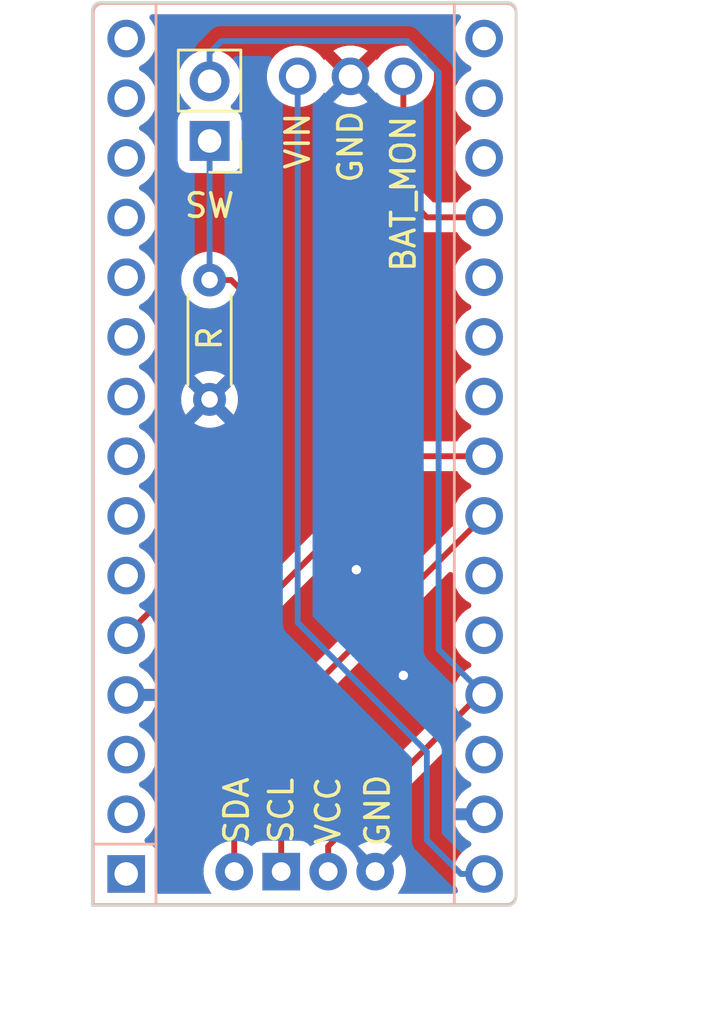
<source format=kicad_pcb>
(kicad_pcb (version 20200829) (generator pcbnew)

  (general
    (thickness 1.6)
  )

  (paper "A4")
  (layers
    (0 "F.Cu" signal)
    (31 "B.Cu" signal)
    (32 "B.Adhes" user)
    (33 "F.Adhes" user)
    (34 "B.Paste" user)
    (35 "F.Paste" user)
    (36 "B.SilkS" user)
    (37 "F.SilkS" user)
    (38 "B.Mask" user)
    (39 "F.Mask" user)
    (40 "Dwgs.User" user)
    (41 "Cmts.User" user)
    (42 "Eco1.User" user)
    (43 "Eco2.User" user)
    (44 "Edge.Cuts" user)
    (45 "Margin" user)
    (46 "B.CrtYd" user)
    (47 "F.CrtYd" user)
    (48 "B.Fab" user)
    (49 "F.Fab" user)
  )

  (setup
    (pcbplotparams
      (layerselection 0x010fc_ffffffff)
      (usegerberextensions false)
      (usegerberattributes true)
      (usegerberadvancedattributes true)
      (creategerberjobfile true)
      (svguseinch false)
      (svgprecision 6)
      (excludeedgelayer true)
      (linewidth 0.100000)
      (plotframeref false)
      (viasonmask false)
      (mode 1)
      (useauxorigin false)
      (hpglpennumber 1)
      (hpglpenspeed 20)
      (hpglpendiameter 15.000000)
      (psnegative false)
      (psa4output false)
      (plotreference true)
      (plotvalue true)
      (plotinvisibletext false)
      (sketchpadsonfab false)
      (subtractmaskfromsilk false)
      (outputformat 1)
      (mirror false)
      (drillshape 1)
      (scaleselection 1)
      (outputdirectory "")
    )
  )


  (net 0 "")
  (net 1 "Net-(A1-Pad16)")
  (net 2 "Net-(A1-Pad15)")
  (net 3 "VBUS")
  (net 4 "Net-(A1-Pad14)")
  (net 5 "+5V")
  (net 6 "Net-(A1-Pad13)")
  (net 7 "Net-(A1-Pad28)")
  (net 8 "Net-(A1-Pad12)")
  (net 9 "Net-(A1-Pad11)")
  (net 10 "Net-(A1-Pad26)")
  (net 11 "Net-(A1-Pad10)")
  (net 12 "Net-(A1-Pad25)")
  (net 13 "Net-(A1-Pad9)")
  (net 14 "/SCL")
  (net 15 "Net-(A1-Pad8)")
  (net 16 "/SDA")
  (net 17 "Net-(A1-Pad7)")
  (net 18 "Net-(A1-Pad22)")
  (net 19 "Net-(A1-Pad6)")
  (net 20 "Net-(A1-Pad21)")
  (net 21 "/SWITCH")
  (net 22 "Net-(A1-Pad20)")
  (net 23 "/BAT_MON")
  (net 24 "Net-(A1-Pad3)")
  (net 25 "Net-(A1-Pad18)")
  (net 26 "Net-(A1-Pad2)")
  (net 27 "Net-(A1-Pad17)")
  (net 28 "Net-(A1-Pad1)")
  (net 29 "GND")

  (module "Custom:Oled 128x32" (layer "F.Cu") (tedit 5FAFC57F) (tstamp 2a44a289-cf5e-48d3-8278-89ab7e232d09)
    (at 136.5 93.7)
    (property "Sheet file" "/Volumes/WD500/Projects/Oled_Clicker/KiCad/Clicker Nano rev1/Clicker Nano rev1.kicad_sch")
    (property "Sheet name" "")
    (path "/1491df70-6929-4e5a-ac9a-acc31d563be0")
    (attr through_hole)
    (fp_text reference "J1" (at -5.3 13.6 90 unlocked) (layer "F.Fab")
      (effects (font (size 1 1) (thickness 0.15)))
      (tstamp bbb42bc1-d4f4-4ff7-ae4f-b3ce6f21cc50)
    )
    (fp_text value "Conn_01x04_Female" (at 0.05 19.05 unlocked) (layer "F.Fab")
      (effects (font (size 1 1) (thickness 0.15)))
      (tstamp e6870c12-509f-4a93-bd8e-dad7086c91cd)
    )
    (fp_text user "VCC" (at 0.8 12.3 90 unlocked) (layer "F.SilkS")
      (effects (font (size 1 1) (thickness 0.15)))
      (tstamp 02ce0370-6ba7-44aa-bf53-37ee065297f0)
    )
    (fp_text user "SDA" (at -3.1 12.3 90 unlocked) (layer "F.SilkS")
      (effects (font (size 1 1) (thickness 0.15)))
      (tstamp 8f0ead27-56aa-43d0-9f7e-65ea76ec4553)
    )
    (fp_text user "GND" (at 2.9 12.3 90 unlocked) (layer "F.SilkS")
      (effects (font (size 1 1) (thickness 0.15)))
      (tstamp dd493cac-2f3c-4aa9-b73f-a8e845e2b8b7)
    )
    (fp_text user "SCL" (at -1.2 12.3 90 unlocked) (layer "F.SilkS")
      (effects (font (size 1 1) (thickness 0.15)))
      (tstamp f9f46cc3-4924-4a18-9375-8f705c9d86a5)
    )
    (fp_text user "${REFERENCE}" (at 0.05 20.55 unlocked) (layer "F.Fab")
      (effects (font (size 1 1) (thickness 0.15)))
      (tstamp 8da9b548-d283-499a-b56b-fd2159cda0cf)
    )
    (fp_line (start -6.7 16.2) (end -6.7 -15.3) (layer "F.Fab") (width 0.12) (tstamp 305fc48f-9d2d-4ebd-94f9-29b01eea69e4))
    (fp_line (start -6.7 -15.3) (end 6.3 -15.3) (layer "F.Fab") (width 0.1) (tstamp 3c5f4f82-706b-4173-a23a-93ff1b81cb10))
    (fp_line (start 6.025 -12.3) (end -6.4 -12.3) (layer "F.Fab") (width 0.12) (tstamp 60a2d16c-7562-4115-92e8-ff6741b2e9e3))
    (fp_line (start -6.7 16.2) (end 6.3 16.2) (layer "F.Fab") (width 0.12) (tstamp 75f3fd90-76a3-450b-83c2-5653b096fa8f))
    (fp_line (start -6.41859 10.7) (end -6.41859 -12.3) (layer "F.Fab") (width 0.12) (tstamp 9180fdc4-b689-4b52-856f-c6150b7cd5a9))
    (fp_line (start 6.021182 -12.3) (end 6.021182 10.7) (layer "F.Fab") (width 0.12) (tstamp a0f03b3c-c0a8-4c82-b7c4-3c970f8dab2e))
    (fp_line (start 6.025 10.7) (end -6.4 10.7) (layer "F.Fab") (width 0.12) (tstamp d4ad9129-a6d8-4079-95ed-7fdc18275772))
    (fp_line (start 6.3 -15.3) (end 6.3 16.2) (layer "F.Fab") (width 0.1) (tstamp e50b40d3-99cd-49ca-af8e-aa06324056a9))
    (pad "1" thru_hole circle (at -3.2 14.9) (size 1.6 1.6) (drill 0.8) (layers *.Cu *.Mask)
      (net 16 "/SDA") (pinfunction "Pin_1") (tstamp cba0ee5e-1983-428a-b736-87d35def0528))
    (pad "2" thru_hole rect (at -1.2 14.9) (size 1.6 1.6) (drill 0.8) (layers *.Cu *.Mask)
      (net 14 "/SCL") (pinfunction "Pin_2") (tstamp 9d242418-b71b-476f-bc69-580ae44d6539))
    (pad "3" thru_hole circle (at 0.8 14.9) (size 1.6 1.6) (drill 0.8) (layers *.Cu *.Mask)
      (net 5 "+5V") (pinfunction "Pin_3") (tstamp 71cb3493-e73c-4439-997c-b66a11a6d835))
    (pad "4" thru_hole circle (at 2.8 14.9) (size 1.6 1.6) (drill 0.8) (layers *.Cu *.Mask)
      (net 29 "GND") (pinfunction "Pin_4") (tstamp 5fd5e310-f711-475f-9bf7-b1a1232ef03c))
  )

  (module "Connector_PinHeader_2.54mm:PinHeader_1x02_P2.54mm_Vertical" (layer "F.Cu") (tedit 59FED5CC) (tstamp 448b9457-a423-4d60-948c-b0e948791945)
    (at 132.25 77.5 180)
    (descr "Through hole straight pin header, 1x02, 2.54mm pitch, single row")
    (tags "Through hole pin header THT 1x02 2.54mm single row")
    (property "Sheet file" "/Volumes/WD500/Projects/Oled_Clicker/KiCad/Clicker Nano rev1/Clicker Nano rev1.kicad_sch")
    (property "Sheet name" "")
    (path "/d73a6075-5be0-4c92-9cb9-e26ff61434ad")
    (attr through_hole)
    (fp_text reference "SW" (at 0 -2.75 180) (layer "F.SilkS")
      (effects (font (size 1 1) (thickness 0.15)))
      (tstamp 1c5d8c19-3ea8-46d6-94d7-b5873b91855e)
    )
    (fp_text value "SW_Push" (at 0 4.87) (layer "F.Fab")
      (effects (font (size 1 1) (thickness 0.15)))
      (tstamp c13a7ff9-7993-4294-9d94-b68301475bb7)
    )
    (fp_text user "${REFERENCE}" (at 0 1.27 270) (layer "F.Fab")
      (effects (font (size 1 1) (thickness 0.15)))
      (tstamp f1ef934a-9148-4037-9863-80e802bdea70)
    )
    (fp_line (start -1.33 0) (end -1.33 -1.33) (layer "F.SilkS") (width 0.12) (tstamp 4cf91567-293c-4382-bfaf-7cbc6d64e185))
    (fp_line (start 1.33 1.27) (end 1.33 3.87) (layer "F.SilkS") (width 0.12) (tstamp 65dfad02-e1c3-4c32-bf7a-135dfe44bdef))
    (fp_line (start -1.33 -1.33) (end 0 -1.33) (layer "F.SilkS") (width 0.12) (tstamp 8b465a18-eee4-46d6-a52e-d9ea34be9dc7))
    (fp_line (start -1.33 1.27) (end -1.33 3.87) (layer "F.SilkS") (width 0.12) (tstamp a33c669e-2044-4895-a068-65f7cd0c8170))
    (fp_line (start -1.33 3.87) (end 1.33 3.87) (layer "F.SilkS") (width 0.12) (tstamp d3eaf4c9-688c-4536-b72f-eb5c16f67061))
    (fp_line (start -1.33 1.27) (end 1.33 1.27) (layer "F.SilkS") (width 0.12) (tstamp e464e7ec-6654-4267-9488-3973f88222c0))
    (fp_line (start -1.8 -1.8) (end -1.8 4.35) (layer "F.CrtYd") (width 0.05) (tstamp 10de5202-eb22-4728-8ff5-16d491827538))
    (fp_line (start 1.8 4.35) (end 1.8 -1.8) (layer "F.CrtYd") (width 0.05) (tstamp 1232f703-138e-4cc5-95b5-9e3402e8edbc))
    (fp_line (start -1.8 4.35) (end 1.8 4.35) (layer "F.CrtYd") (width 0.05) (tstamp 72cb174d-6472-40a1-a7df-d939f5b6d1c9))
    (fp_line (start 1.8 -1.8) (end -1.8 -1.8) (layer "F.CrtYd") (width 0.05) (tstamp c440361d-7f35-44ca-b6f2-c1f1ae415ec7))
    (fp_line (start -0.635 -1.27) (end 1.27 -1.27) (layer "F.Fab") (width 0.1) (tstamp 0057f248-8b32-49ee-b193-875efeb4f0cc))
    (fp_line (start -1.27 3.81) (end -1.27 -0.635) (layer "F.Fab") (width 0.1) (tstamp 1c69c633-467b-48a2-9b30-eafb06f650eb))
    (fp_line (start 1.27 3.81) (end -1.27 3.81) (layer "F.Fab") (width 0.1) (tstamp 6f73bdd9-6e90-4dfa-879f-90ecfef907e7))
    (fp_line (start -1.27 -0.635) (end -0.635 -1.27) (layer "F.Fab") (width 0.1) (tstamp ba36b72f-2b45-4dd3-99bc-65306046190d))
    (fp_line (start 1.27 -1.27) (end 1.27 3.81) (layer "F.Fab") (width 0.1) (tstamp fb5834e9-f8e5-4aa5-9765-4da401c1f343))
    (pad "1" thru_hole rect (at 0 0 180) (size 1.7 1.7) (drill 1) (layers *.Cu *.Mask)
      (net 21 "/SWITCH") (pinfunction "1") (tstamp 939135ef-bea6-4cf4-a78b-15976c2ec930))
    (pad "2" thru_hole oval (at 0 2.54 180) (size 1.7 1.7) (drill 1) (layers *.Cu *.Mask)
      (net 5 "+5V") (pinfunction "2") (tstamp 1e548116-1130-420d-9b04-e8a225243ee8))
    (model "${KISYS3DMOD}/Connector_PinHeader_2.54mm.3dshapes/PinHeader_1x02_P2.54mm_Vertical.wrl"
      (offset (xyz 0 0 0))
      (scale (xyz 1 1 1))
      (rotate (xyz 0 0 0))
    )
  )

  (module "Connector_Wire:SolderWirePad_1x01_SMD_1x2mm" (layer "F.Cu") (tedit 5FB6AAE4) (tstamp 69deaa25-49e5-4082-bbce-3e4305dfb5ec)
    (at 140.5 74.75)
    (descr "Wire Pad, Square, SMD Pad,  5mm x 10mm,")
    (tags "MesurementPoint Square SMDPad 5mmx10mm ")
    (attr exclude_from_pos_files exclude_from_bom)
    (fp_text reference "BAT_MON" (at 0 5 90) (layer "F.SilkS")
      (effects (font (size 1 1) (thickness 0.15)))
      (tstamp 52f725f3-9c70-4862-89b7-485251a2f8a0)
    )
    (fp_text value "SolderWirePad_1x01_SMD_1x2mm" (at 0 2.54) (layer "F.Fab")
      (effects (font (size 1 1) (thickness 0.15)))
      (tstamp 02130dd5-fe10-4141-ba3d-d93a22cf6c14)
    )
    (fp_text user "${REFERENCE}" (at 0 0) (layer "F.Fab")
      (effects (font (size 1 1) (thickness 0.15)))
      (tstamp 76fd866c-ad09-425b-b210-c6ce749fbdbd)
    )
    (fp_line (start -0.63 1.27) (end 0.63 1.27) (layer "F.CrtYd") (width 0.05) (tstamp 1dace233-293f-4f2d-ae47-5aad6370b4af))
    (fp_line (start 0.63 -1.27) (end -0.63 -1.27) (layer "F.CrtYd") (width 0.05) (tstamp 58b8ff39-d841-4c81-b250-cce2007b1b57))
    (fp_line (start -0.63 -1.27) (end -0.63 1.27) (layer "F.CrtYd") (width 0.05) (tstamp caac62cb-8b14-4639-b208-e6d0635b16b0))
    (fp_line (start 0.63 1.27) (end 0.63 -1.27) (layer "F.CrtYd") (width 0.05) (tstamp ebc0f5d0-4df5-49aa-9352-6032977bccba))
    (fp_line (start -0.63 -1.27) (end 0.63 -1.27) (layer "F.Fab") (width 0.1) (tstamp 00e070c0-9f0b-49fc-b295-7eb8a07a421e))
    (fp_line (start 0.63 1.27) (end -0.63 1.27) (layer "F.Fab") (width 0.1) (tstamp 0593a724-a591-4a52-a3e8-a34e8d10d5b9))
    (fp_line (start -0.63 1.27) (end -0.63 -1.27) (layer "F.Fab") (width 0.1) (tstamp 56834bf4-89bd-4cfd-a9f8-a578fc853e90))
    (fp_line (start 0.63 -1.27) (end 0.63 1.27) (layer "F.Fab") (width 0.1) (tstamp 93117298-7db9-48d5-b6ac-fe20082a39b1))
    (pad "1" thru_hole circle (at 0 0) (size 1.6 1.6) (drill 1) (layers *.Cu *.Mask)
      (net 23 "/BAT_MON") (tstamp d00bdfad-aac3-44df-98b7-192c2ab822fb))
  )

  (module "Connector_Wire:SolderWirePad_1x01_SMD_1x2mm" (layer "F.Cu") (tedit 5FB6AC7C) (tstamp 9e0558b9-9bab-4001-87a6-8386fdb2af66)
    (at 138.25 74.75)
    (descr "Wire Pad, Square, SMD Pad,  5mm x 10mm,")
    (tags "MesurementPoint Square SMDPad 5mmx10mm ")
    (attr exclude_from_pos_files exclude_from_bom)
    (fp_text reference "GND" (at 0 3 90) (layer "F.SilkS")
      (effects (font (size 1 1) (thickness 0.15)))
      (tstamp 52f725f3-9c70-4862-89b7-485251a2f8a0)
    )
    (fp_text value "SolderWirePad_1x01_SMD_1x2mm" (at 0 2.54) (layer "F.Fab")
      (effects (font (size 1 1) (thickness 0.15)))
      (tstamp 02130dd5-fe10-4141-ba3d-d93a22cf6c14)
    )
    (fp_text user "${REFERENCE}" (at 0 0) (layer "F.Fab")
      (effects (font (size 1 1) (thickness 0.15)))
      (tstamp 76fd866c-ad09-425b-b210-c6ce749fbdbd)
    )
    (fp_line (start -0.63 1.27) (end 0.63 1.27) (layer "F.CrtYd") (width 0.05) (tstamp 1dace233-293f-4f2d-ae47-5aad6370b4af))
    (fp_line (start 0.63 -1.27) (end -0.63 -1.27) (layer "F.CrtYd") (width 0.05) (tstamp 58b8ff39-d841-4c81-b250-cce2007b1b57))
    (fp_line (start -0.63 -1.27) (end -0.63 1.27) (layer "F.CrtYd") (width 0.05) (tstamp caac62cb-8b14-4639-b208-e6d0635b16b0))
    (fp_line (start 0.63 1.27) (end 0.63 -1.27) (layer "F.CrtYd") (width 0.05) (tstamp ebc0f5d0-4df5-49aa-9352-6032977bccba))
    (fp_line (start -0.63 -1.27) (end 0.63 -1.27) (layer "F.Fab") (width 0.1) (tstamp 00e070c0-9f0b-49fc-b295-7eb8a07a421e))
    (fp_line (start 0.63 1.27) (end -0.63 1.27) (layer "F.Fab") (width 0.1) (tstamp 0593a724-a591-4a52-a3e8-a34e8d10d5b9))
    (fp_line (start -0.63 1.27) (end -0.63 -1.27) (layer "F.Fab") (width 0.1) (tstamp 56834bf4-89bd-4cfd-a9f8-a578fc853e90))
    (fp_line (start 0.63 -1.27) (end 0.63 1.27) (layer "F.Fab") (width 0.1) (tstamp 93117298-7db9-48d5-b6ac-fe20082a39b1))
    (pad "1" thru_hole circle (at 0 0) (size 1.6 1.6) (drill 1) (layers *.Cu *.Mask)
      (net 29 "GND") (tstamp d00bdfad-aac3-44df-98b7-192c2ab822fb))
  )

  (module "Connector_Wire:SolderWirePad_1x01_SMD_1x2mm" (layer "F.Cu") (tedit 5FB6AC05) (tstamp d4e36b45-2514-4e84-9c9a-052cec92ff0e)
    (at 136 74.75)
    (descr "Wire Pad, Square, SMD Pad,  5mm x 10mm,")
    (tags "MesurementPoint Square SMDPad 5mmx10mm ")
    (attr exclude_from_pos_files exclude_from_bom)
    (fp_text reference "VIN" (at 0 2.75 90) (layer "F.SilkS")
      (effects (font (size 1 1) (thickness 0.15)))
      (tstamp 52f725f3-9c70-4862-89b7-485251a2f8a0)
    )
    (fp_text value "SolderWirePad_1x01_SMD_1x2mm" (at 0 2.54) (layer "F.Fab")
      (effects (font (size 1 1) (thickness 0.15)))
      (tstamp 02130dd5-fe10-4141-ba3d-d93a22cf6c14)
    )
    (fp_text user "${REFERENCE}" (at 0 0) (layer "F.Fab")
      (effects (font (size 1 1) (thickness 0.15)))
      (tstamp 76fd866c-ad09-425b-b210-c6ce749fbdbd)
    )
    (fp_line (start -0.63 1.27) (end 0.63 1.27) (layer "F.CrtYd") (width 0.05) (tstamp 1dace233-293f-4f2d-ae47-5aad6370b4af))
    (fp_line (start 0.63 -1.27) (end -0.63 -1.27) (layer "F.CrtYd") (width 0.05) (tstamp 58b8ff39-d841-4c81-b250-cce2007b1b57))
    (fp_line (start -0.63 -1.27) (end -0.63 1.27) (layer "F.CrtYd") (width 0.05) (tstamp caac62cb-8b14-4639-b208-e6d0635b16b0))
    (fp_line (start 0.63 1.27) (end 0.63 -1.27) (layer "F.CrtYd") (width 0.05) (tstamp ebc0f5d0-4df5-49aa-9352-6032977bccba))
    (fp_line (start -0.63 -1.27) (end 0.63 -1.27) (layer "F.Fab") (width 0.1) (tstamp 00e070c0-9f0b-49fc-b295-7eb8a07a421e))
    (fp_line (start 0.63 1.27) (end -0.63 1.27) (layer "F.Fab") (width 0.1) (tstamp 0593a724-a591-4a52-a3e8-a34e8d10d5b9))
    (fp_line (start -0.63 1.27) (end -0.63 -1.27) (layer "F.Fab") (width 0.1) (tstamp 56834bf4-89bd-4cfd-a9f8-a578fc853e90))
    (fp_line (start 0.63 -1.27) (end 0.63 1.27) (layer "F.Fab") (width 0.1) (tstamp 93117298-7db9-48d5-b6ac-fe20082a39b1))
    (pad "1" thru_hole circle (at 0 0) (size 1.6 1.6) (drill 1) (layers *.Cu *.Mask)
      (net 3 "VBUS") (tstamp d00bdfad-aac3-44df-98b7-192c2ab822fb))
  )

  (module "Resistor_THT:R_Axial_DIN0204_L3.6mm_D1.6mm_P5.08mm_Horizontal" (layer "F.Cu") (tedit 5AE5139B) (tstamp ddd334a4-9455-47e0-a74d-56e67775e018)
    (at 132.25 88.5 90)
    (descr "Resistor, Axial_DIN0204 series, Axial, Horizontal, pin pitch=5.08mm, 0.167W, length*diameter=3.6*1.6mm^2, http://cdn-reichelt.de/documents/datenblatt/B400/1_4W%23YAG.pdf")
    (tags "Resistor Axial_DIN0204 series Axial Horizontal pin pitch 5.08mm 0.167W length 3.6mm diameter 1.6mm")
    (property "Sheet file" "/Volumes/WD500/Projects/Oled_Clicker/KiCad/Clicker Nano rev1/Clicker Nano rev1.kicad_sch")
    (property "Sheet name" "")
    (path "/b91a232e-417e-4475-8689-69bd575b8df7")
    (attr through_hole)
    (fp_text reference "R" (at 2.6 0 270) (layer "F.SilkS")
      (effects (font (size 1 1) (thickness 0.15)))
      (tstamp ce0793ab-3cc7-46b2-bd1d-67303706e838)
    )
    (fp_text value "10k" (at 2.54 1.92 270) (layer "F.Fab")
      (effects (font (size 1 1) (thickness 0.15)))
      (tstamp 901e1334-0602-4240-874b-c669290e1f10)
    )
    (fp_text user "${REFERENCE}" (at 2.54 0 270) (layer "F.Fab")
      (effects (font (size 0.72 0.72) (thickness 0.108)))
      (tstamp 9c4825d3-ceb5-4233-9e79-dc699b1f632b)
    )
    (fp_line (start 0.62 0.92) (end 4.46 0.92) (layer "F.SilkS") (width 0.12) (tstamp bf728946-8433-475a-b66e-c30c053f2533))
    (fp_line (start 0.62 -0.92) (end 4.46 -0.92) (layer "F.SilkS") (width 0.12) (tstamp fa66c66e-13c6-4e55-8697-0310c85d8aa6))
    (fp_line (start 6.03 1.05) (end 6.03 -1.05) (layer "F.CrtYd") (width 0.05) (tstamp 03e813f2-28f2-4102-878d-970bf6869146))
    (fp_line (start -0.95 -1.05) (end -0.95 1.05) (layer "F.CrtYd") (width 0.05) (tstamp 045f652b-437e-41dd-8c13-0ae86906a037))
    (fp_line (start 6.03 -1.05) (end -0.95 -1.05) (layer "F.CrtYd") (width 0.05) (tstamp 074829bc-d0b3-43dd-8225-5229f107ca2a))
    (fp_line (start -0.95 1.05) (end 6.03 1.05) (layer "F.CrtYd") (width 0.05) (tstamp 89497ef0-67e4-4312-ba35-7a3f6066b8a4))
    (fp_line (start 4.34 -0.8) (end 0.74 -0.8) (layer "F.Fab") (width 0.1) (tstamp 5b6a1a4d-4a25-4af1-80f2-2919e52a682b))
    (fp_line (start 4.34 0.8) (end 4.34 -0.8) (layer "F.Fab") (width 0.1) (tstamp 6ca6dce9-b2a3-41a6-901c-a51ae76cf2c5))
    (fp_line (start 5.08 0) (end 4.34 0) (layer "F.Fab") (width 0.1) (tstamp 6da43c0e-de26-4f8f-8e34-b3f3740b5a58))
    (fp_line (start 0 0) (end 0.74 0) (layer "F.Fab") (width 0.1) (tstamp dfcd27ec-7aec-4b39-9810-c31b61c2e692))
    (fp_line (start 0.74 0.8) (end 4.34 0.8) (layer "F.Fab") (width 0.1) (tstamp e7b216c0-df99-4481-9681-54413b2f2c5b))
    (fp_line (start 0.74 -0.8) (end 0.74 0.8) (layer "F.Fab") (width 0.1) (tstamp ed04a5a4-1e75-423e-997e-93111801a799))
    (pad "1" thru_hole circle (at 0 0 90) (size 1.4 1.4) (drill 0.7) (layers *.Cu *.Mask)
      (net 29 "GND") (tstamp dc46b8e0-aee8-48f6-88c4-81db9df7cc50))
    (pad "2" thru_hole oval (at 5.08 0 90) (size 1.4 1.4) (drill 0.7) (layers *.Cu *.Mask)
      (net 21 "/SWITCH") (tstamp 5e7dcd2c-b377-46dd-9bef-356148b711a6))
    (model "${KISYS3DMOD}/Resistor_THT.3dshapes/R_Axial_DIN0204_L3.6mm_D1.6mm_P5.08mm_Horizontal.wrl"
      (offset (xyz 0 0 0))
      (scale (xyz 1 1 1))
      (rotate (xyz 0 0 0))
    )
  )

  (module "Module:Arduino_Nano" (layer "B.Cu") (tedit 5FB6A926) (tstamp 366955e3-8066-4aaa-89ea-9c776de4f73c)
    (at 128.7 108.7)
    (descr "Arduino Nano, http://www.mouser.com/pdfdocs/Gravitech_Arduino_Nano3_0.pdf")
    (tags "Arduino Nano")
    (property "Sheet file" "/Volumes/WD500/Projects/Oled_Clicker/KiCad/Clicker Nano rev1/Clicker Nano rev1.kicad_sch")
    (property "Sheet name" "")
    (path "/197ea7c7-7293-46fc-8b04-0d4b2440401a")
    (attr through_hole)
    (fp_text reference "A1" (at 7.62 5.08) (layer "F.Fab")
      (effects (font (size 1 1) (thickness 0.15)))
      (tstamp 2c8d8128-2955-404a-8a1a-aff9d53a3a64)
    )
    (fp_text value "Arduino_Nano_v2.x" (at 8.89 -19.05 270) (layer "B.Fab")
      (effects (font (size 1 1) (thickness 0.15)) (justify mirror))
      (tstamp 10e9bb54-69da-486c-bd7c-85fd0c40c2de)
    )
    (fp_text user "${REFERENCE}" (at 6.35 -19.05 270) (layer "B.Fab")
      (effects (font (size 1 1) (thickness 0.15)) (justify mirror))
      (tstamp cbfee2b5-f614-4c2e-9de3-e059d7fa7c8b)
    )
    (fp_line (start 16.6 0.9) (end 16.6 -36.65) (layer "B.SilkS") (width 0.12) (tstamp 09681047-0fdd-4913-b2fb-a4e61bc170a7))
    (fp_line (start 13.97 1.27) (end 13.97 -37) (layer "B.SilkS") (width 0.12) (tstamp 235d4fdd-9b89-47ea-a98f-a5f462b3a6ab))
    (fp_line (start 16.2 1.3) (end -1.35 1.3) (layer "B.SilkS") (width 0.12) (tstamp 2510b6a6-bcb8-458c-b00c-ea672d967fb2))
    (fp_line (start 1.27 -1.27) (end -1.4 -1.27) (layer "B.SilkS") (width 0.12) (tstamp 25e998a5-be33-4ff0-adef-69f08ab716fb))
    (fp_line (start -1.4 -1.27) (end -1.4 -36.65) (layer "B.SilkS") (width 0.12) (tstamp 4ffa2668-6cf0-4a6f-90ce-207318e0b27f))
    (fp_line (start 1.27 -1.27) (end 1.27 -37) (layer "B.SilkS") (width 0.12) (tstamp 5bf8a557-6ddc-4c54-856a-601a15da6da5))
    (fp_line (start 16.2 -37.05) (end -1 -37.05) (layer "B.SilkS") (width 0.12) (tstamp 83dbf15e-9692-46b8-adb9-19b2bf810cbe))
    (fp_line (start -1.4 -1.25) (end -1.4 1.3) (layer "B.SilkS") (width 0.12) (tstamp a4442580-7a5d-49de-9b2e-fe42a5c99418))
    (fp_line (start 1.27 -1.27) (end 1.27 1.25) (layer "B.SilkS") (width 0.12) (tstamp d18f661e-f780-498a-b5de-efd2b8d65086))
    (fp_arc (start -1 -36.65) (end -1 -37.05) (angle -90) (layer "B.SilkS") (width 0.12) (tstamp 86084af3-3e24-4bb4-ae14-b872476aae78))
    (fp_arc (start 16.2 -36.65) (end 16.6 -36.65) (angle -90) (layer "B.SilkS") (width 0.12) (tstamp 891a4028-fef1-4966-b5f5-1107e81b697b))
    (fp_arc (start 16.2 0.9) (end 16.2 1.3) (angle -90) (layer "B.SilkS") (width 0.12) (tstamp d2da6350-7365-4059-ac33-c8507c960fda))
    (pad "1" thru_hole rect (at 0 0) (size 1.6 1.6) (drill 1) (layers *.Cu *.Mask)
      (net 28 "Net-(A1-Pad1)") (pinfunction "D1/TX") (tstamp 5501d078-8dbd-4d84-ab4a-adaec48764ef))
    (pad "2" thru_hole oval (at 0 -2.54) (size 1.6 1.6) (drill 1) (layers *.Cu *.Mask)
      (net 26 "Net-(A1-Pad2)") (pinfunction "D0/RX") (tstamp 773612e3-1859-4676-aee7-aa175fabea37))
    (pad "3" thru_hole oval (at 0 -5.08) (size 1.6 1.6) (drill 1) (layers *.Cu *.Mask)
      (net 24 "Net-(A1-Pad3)") (pinfunction "~RESET") (tstamp a5fa0f45-85a9-4331-93b9-f4241b2fbd32))
    (pad "4" thru_hole oval (at 0 -7.62) (size 1.6 1.6) (drill 1) (layers *.Cu *.Mask)
      (net 29 "GND") (pinfunction "GND") (tstamp 64f1e33a-2317-4dbc-a115-f0d9a78110bb))
    (pad "5" thru_hole oval (at 0 -10.16) (size 1.6 1.6) (drill 1) (layers *.Cu *.Mask)
      (net 21 "/SWITCH") (pinfunction "D2") (tstamp 1ee979ee-17fc-49b4-afe9-45cdf2835b83))
    (pad "6" thru_hole oval (at 0 -12.7) (size 1.6 1.6) (drill 1) (layers *.Cu *.Mask)
      (net 19 "Net-(A1-Pad6)") (pinfunction "D3") (tstamp c03cb85d-2591-46e0-be97-4a8ea02ee240))
    (pad "7" thru_hole oval (at 0 -15.24) (size 1.6 1.6) (drill 1) (layers *.Cu *.Mask)
      (net 17 "Net-(A1-Pad7)") (pinfunction "D4") (tstamp 6d5ece5b-87bf-446b-8c33-ff2f9a4fed3e))
    (pad "8" thru_hole oval (at 0 -17.78) (size 1.6 1.6) (drill 1) (layers *.Cu *.Mask)
      (net 15 "Net-(A1-Pad8)") (pinfunction "D5") (tstamp 523cdd0c-80ca-44c4-92fc-326b319eeb4c))
    (pad "9" thru_hole oval (at 0 -20.32) (size 1.6 1.6) (drill 1) (layers *.Cu *.Mask)
      (net 13 "Net-(A1-Pad9)") (pinfunction "D6") (tstamp 406e1972-2d73-4236-9b3e-3d4e12b00e65))
    (pad "10" thru_hole oval (at 0 -22.86) (size 1.6 1.6) (drill 1) (layers *.Cu *.Mask)
      (net 11 "Net-(A1-Pad10)") (pinfunction "D7") (tstamp 8aecd7a9-f3ff-4cac-96ea-51630376fbb2))
    (pad "11" thru_hole oval (at 0 -25.4) (size 1.6 1.6) (drill 1) (layers *.Cu *.Mask)
      (net 9 "Net-(A1-Pad11)") (pinfunction "D8") (tstamp 6f0a45c8-6aa6-480c-8502-9950db9f57b9))
    (pad "12" thru_hole oval (at 0 -27.94) (size 1.6 1.6) (drill 1) (layers *.Cu *.Mask)
      (net 8 "Net-(A1-Pad12)") (pinfunction "D9") (tstamp 4523882f-7244-44dc-8b0c-611e9d321446))
    (pad "13" thru_hole oval (at 0 -30.48) (size 1.6 1.6) (drill 1) (layers *.Cu *.Mask)
      (net 6 "Net-(A1-Pad13)") (pinfunction "D10") (tstamp 064cef39-8f13-4845-a760-cc7c31854a87))
    (pad "14" thru_hole oval (at 0 -33.02) (size 1.6 1.6) (drill 1) (layers *.Cu *.Mask)
      (net 4 "Net-(A1-Pad14)") (pinfunction "D11") (tstamp 1de9fbc4-5d06-4243-a798-76a82502b43b))
    (pad "15" thru_hole oval (at 0 -35.56) (size 1.6 1.6) (drill 1) (layers *.Cu *.Mask)
      (net 2 "Net-(A1-Pad15)") (pinfunction "D12") (tstamp 301d43d1-7faf-4333-9f46-2d09ea1f765d))
    (pad "16" thru_hole oval (at 15.24 -35.56) (size 1.6 1.6) (drill 1) (layers *.Cu *.Mask)
      (net 1 "Net-(A1-Pad16)") (pinfunction "D13") (tstamp a9c9208c-93e2-49ad-aa60-6b0926aa8442))
    (pad "17" thru_hole oval (at 15.24 -33.02) (size 1.6 1.6) (drill 1) (layers *.Cu *.Mask)
      (net 27 "Net-(A1-Pad17)") (pinfunction "3V3") (tstamp b3e71556-5323-4235-914d-de5f249bd0a3))
    (pad "18" thru_hole oval (at 15.24 -30.48) (size 1.6 1.6) (drill 1) (layers *.Cu *.Mask)
      (net 25 "Net-(A1-Pad18)") (pinfunction "AREF") (tstamp dca0f6ee-b855-4d6d-876c-172f5e5943b3))
    (pad "19" thru_hole oval (at 15.24 -27.94) (size 1.6 1.6) (drill 1) (layers *.Cu *.Mask)
      (net 23 "/BAT_MON") (pinfunction "A0") (tstamp b1c477de-20dd-4594-a402-0aaa082d7d5a))
    (pad "20" thru_hole oval (at 15.24 -25.4) (size 1.6 1.6) (drill 1) (layers *.Cu *.Mask)
      (net 22 "Net-(A1-Pad20)") (pinfunction "A1") (tstamp 28d5be9d-8e2d-4519-a911-e679cb31ab71))
    (pad "21" thru_hole oval (at 15.24 -22.86) (size 1.6 1.6) (drill 1) (layers *.Cu *.Mask)
      (net 20 "Net-(A1-Pad21)") (pinfunction "A2") (tstamp 05e8c373-227a-4cb0-b117-9317c79766af))
    (pad "22" thru_hole oval (at 15.24 -20.32) (size 1.6 1.6) (drill 1) (layers *.Cu *.Mask)
      (net 18 "Net-(A1-Pad22)") (pinfunction "A3") (tstamp 38ab96c5-1e7c-41bb-b58b-16cae6dc2991))
    (pad "23" thru_hole oval (at 15.24 -17.78) (size 1.6 1.6) (drill 1) (layers *.Cu *.Mask)
      (net 16 "/SDA") (pinfunction "A4") (tstamp eb1b7f26-cc0c-466b-95da-4f33356886f6))
    (pad "24" thru_hole oval (at 15.24 -15.24) (size 1.6 1.6) (drill 1) (layers *.Cu *.Mask)
      (net 14 "/SCL") (pinfunction "A5") (tstamp 3a47079d-ccd1-4e6a-8f7b-3711b4d4050a))
    (pad "25" thru_hole oval (at 15.24 -12.7) (size 1.6 1.6) (drill 1) (layers *.Cu *.Mask)
      (net 12 "Net-(A1-Pad25)") (pinfunction "A6") (tstamp 879526de-64e4-4e13-a5cf-e4db2d1207dc))
    (pad "26" thru_hole oval (at 15.24 -10.16) (size 1.6 1.6) (drill 1) (layers *.Cu *.Mask)
      (net 10 "Net-(A1-Pad26)") (pinfunction "A7") (tstamp 6f1ce5a2-20d5-4b88-8db7-f0606ddd8dc8))
    (pad "27" thru_hole oval (at 15.24 -7.62) (size 1.6 1.6) (drill 1) (layers *.Cu *.Mask)
      (net 5 "+5V") (pinfunction "+5V") (tstamp 7117e3bb-09b0-4fac-a83a-1d470a108ff8))
    (pad "28" thru_hole oval (at 15.24 -5.08) (size 1.6 1.6) (drill 1) (layers *.Cu *.Mask)
      (net 7 "Net-(A1-Pad28)") (pinfunction "~RESET") (tstamp 6689e62a-4483-4781-b49f-faf7c2b0886f))
    (pad "29" thru_hole oval (at 15.24 -2.54) (size 1.6 1.6) (drill 1) (layers *.Cu *.Mask)
      (net 29 "GND") (pinfunction "GND") (tstamp 71b47706-01c6-4953-87a6-9bb41a4dfe6c))
    (pad "30" thru_hole oval (at 15.24 0) (size 1.6 1.6) (drill 1) (layers *.Cu *.Mask)
      (net 3 "VBUS") (pinfunction "VIN") (tstamp 322be9f3-9369-4f28-9dc1-5374d28f20ba))
    (model "${KISYS3DMOD}/Module.3dshapes/Arduino_Nano_WithMountingHoles.wrl"
      (offset (xyz 0 0 0))
      (scale (xyz 1 1 1))
      (rotate (xyz 0 0 0))
    )
  )

  (gr_line (start 127.25 110.05) (end 144.95 110.05) (layer "Edge.Cuts") (width 0.1) (tstamp 1208e631-2361-46a0-8334-e0a9d654cf78))
  (gr_line (start 127.25 71.95) (end 127.25 110.05) (layer "Edge.Cuts") (width 0.1) (tstamp 673d98ea-c672-4a6e-a4fd-b09011728a62))
  (gr_line (start 144.95 71.6) (end 127.6 71.6) (layer "Edge.Cuts") (width 0.1) (tstamp 6ce6b1a8-3624-45fa-9817-e4e4b8f8b145))
  (gr_line (start 145.3 109.7) (end 145.3 71.95) (layer "Edge.Cuts") (width 0.1) (tstamp b3e32911-fb84-4795-9a8b-e6092a3dae1a))
  (gr_arc (start 144.95 109.7) (end 144.95 110.05) (angle -90) (layer "Edge.Cuts") (width 0.1) (tstamp e149ff59-36b2-4d30-bbdc-c14f09625909))
  (gr_arc (start 127.6 71.95) (end 127.25 71.95) (angle 90) (layer "Edge.Cuts") (width 0.1) (tstamp ec85c193-7644-4f52-ae68-45c2862a815a))
  (gr_arc (start 144.95 71.95) (end 144.95 71.6) (angle 90) (layer "Edge.Cuts") (width 0.1) (tstamp fb92774c-34e1-4a84-9dc5-3a024d808b12))

  (segment (start 143.89 108.75) (end 143.94 108.7) (width 0.25) (layer "F.Cu") (net 3) (tstamp 4f05fecc-f6ea-4767-9929-074bf71f1b68))
  (segment (start 141.5 107.25) (end 142.95 108.7) (width 0.25) (layer "B.Cu") (net 3) (tstamp 33f3db4b-4fb3-4665-a494-5b203cec3210))
  (segment (start 136 98) (end 141.5 103.5) (width 0.25) (layer "B.Cu") (net 3) (tstamp 57de8d22-db61-40f6-87d2-c03a98944fd2))
  (segment (start 142.95 108.7) (end 143.94 108.7) (width 0.25) (layer "B.Cu") (net 3) (tstamp 5d2ae22c-2dfd-454e-9fbc-ba189e5d92b4))
  (segment (start 136 74.75) (end 136 98) (width 0.25) (layer "B.Cu") (net 3) (tstamp 70fa0256-651b-4809-b3d9-522bd49b85b7))
  (segment (start 141.5 103.5) (end 141.5 107.25) (width 0.25) (layer "B.Cu") (net 3) (tstamp d42a6cf1-0b67-4d1a-a52f-559f88e10da3))
  (segment (start 137.3 107.52) (end 143.94 100.88) (width 0.25) (layer "F.Cu") (net 5) (tstamp 35a6853d-346d-400a-be9b-b6998a5d773c))
  (segment (start 137.3 108.6) (end 137.3 107.52) (width 0.25) (layer "F.Cu") (net 5) (tstamp 5af11be5-a095-47a4-be94-1f0a377c6ba8))
  (segment (start 132.25 73.75) (end 132.25 74.96) (width 0.25) (layer "B.Cu") (net 5) (tstamp 1202197b-cffd-456e-9db5-86d1287917ef))
  (segment (start 142 74.584998) (end 140.665002 73.25) (width 0.25) (layer "B.Cu") (net 5) (tstamp 4059b2a1-e086-4861-8032-4fd94b608f20))
  (segment (start 132.75 73.25) (end 132.25 73.75) (width 0.25) (layer "B.Cu") (net 5) (tstamp 51b330e4-84db-4444-98b0-3d31e50e2ac1))
  (segment (start 140.665002 73.25) (end 132.75 73.25) (width 0.25) (layer "B.Cu") (net 5) (tstamp 7c391fab-b4db-455f-a1e7-248bc61cd41b))
  (segment (start 143.94 101.08) (end 142 99.14) (width 0.25) (layer "B.Cu") (net 5) (tstamp 9eb501a9-86c6-4e95-81d2-9dcf4ad6e778))
  (segment (start 142 99.14) (end 142 74.584998) (width 0.25) (layer "B.Cu") (net 5) (tstamp de3a3b73-a03c-4cb8-b3c1-cae616d4b728))
  (segment (start 135.3 108.6) (end 135.3 102.1) (width 0.25) (layer "F.Cu") (net 14) (tstamp 8755e183-a35f-4dd0-b503-b8386ce3631a))
  (segment (start 135.3 102.1) (end 143.94 93.46) (width 0.25) (layer "F.Cu") (net 14) (tstamp b9321038-40ae-4c71-b8d6-5117453dc0a4))
  (segment (start 140.83 90.92) (end 133.3 98.45) (width 0.25) (layer "F.Cu") (net 16) (tstamp 7912fa9d-0ea3-43fc-934d-90127a8ec3c4))
  (segment (start 133.3 98.45) (end 133.3 108.6) (width 0.25) (layer "F.Cu") (net 16) (tstamp 7a8c746d-aa17-434b-9263-218327ff2ad5))
  (segment (start 143.94 90.92) (end 140.83 90.92) (width 0.25) (layer "F.Cu") (net 16) (tstamp c538b83b-32d1-4983-833f-742fc1a2f07e))
  (segment (start 133.17 83.42) (end 132.25 83.42) (width 0.25) (layer "F.Cu") (net 21) (tstamp 395a993e-c521-493f-90e0-6cff0fb1f9f8))
  (segment (start 134.5 84.75) (end 133.17 83.42) (width 0.25) (layer "F.Cu") (net 21) (tstamp 89001ea7-6806-4a1e-8111-08dfd54e61b1))
  (segment (start 128.7 98.54) (end 134.5 92.74) (width 0.25) (layer "F.Cu") (net 21) (tstamp 8f995a67-fc1e-4463-912d-a050539018c8))
  (segment (start 134.5 92.74) (end 134.5 84.75) (width 0.25) (layer "F.Cu") (net 21) (tstamp fa64b465-1136-4561-89ca-a31d44fe0f9e))
  (segment (start 132.25 77.5) (end 132.25 83.42) (width 0.25) (layer "B.Cu") (net 21) (tstamp 17d110f8-1df7-443f-9ebd-3795e726d760))
  (segment (start 143.93 80.75) (end 143.94 80.76) (width 0.25) (layer "F.Cu") (net 23) (tstamp 130a84e8-6c52-4ef5-b92f-eb5b31d3a85f))
  (segment (start 140.5 79.75) (end 141.5 80.75) (width 0.25) (layer "F.Cu") (net 23) (tstamp 57acf5e3-e86d-4d10-a5a8-65008224d7f4))
  (segment (start 141.5 80.75) (end 143.93 80.75) (width 0.25) (layer "F.Cu") (net 23) (tstamp a2ea3b8c-efb5-4710-8bb8-f42f4d0c9aaa))
  (segment (start 140.5 74.75) (end 140.5 79.75) (width 0.25) (layer "F.Cu") (net 23) (tstamp e2190614-af7d-4591-a87b-9e650dbd911b))
  (segment (start 143.85 106.25) (end 143.94 106.16) (width 0.25) (layer "F.Cu") (net 29) (tstamp fb400c7a-0416-4b24-928f-25de28eccae0))
  (via (at 140.5 100.25) (size 0.8) (drill 0.4) (layers "F.Cu" "B.Cu") (net 29) (tstamp 36e40cae-efe6-497a-bcdb-9cdf6b81dc47))
  (via (at 138.5 95.75) (size 0.8) (drill 0.4) (layers "F.Cu" "B.Cu") (net 29) (tstamp df4da99c-5ddc-4ae8-9c43-997d2dc6674d))

  (zone (net 29) (net_name "GND") (layers F&B.Cu) (tstamp 86b94961-1e4e-4903-a0a7-f806270b1415) (hatch edge 0.508)
    (connect_pads (clearance 0.508))
    (min_thickness 0.254) (filled_areas_thickness no)
    (fill yes (thermal_gap 0.508) (thermal_bridge_width 0.508))
    (polygon
      (pts
        (xy 145.5 110)
        (xy 127.25 110)
        (xy 127.25 71.5)
        (xy 145.5 71.5)
      )
    )
    (filled_polygon
      (layer F.Cu)
      (pts
        (xy 142.895553 72.129002)
        (xy 142.942046 72.182658)
        (xy 142.95215 72.252932)
        (xy 142.923953 72.315991)
        (xy 142.864459 72.386893)
        (xy 142.750022 72.585104)
        (xy 142.671743 72.80017)
        (xy 142.632 73.025566)
        (xy 142.632 73.254434)
        (xy 142.671743 73.47983)
        (xy 142.750022 73.694896)
        (xy 142.864456 73.893103)
        (xy 143.011572 74.068428)
        (xy 143.186897 74.215544)
        (xy 143.334706 74.300881)
        (xy 143.383699 74.352263)
        (xy 143.397135 74.421977)
        (xy 143.370749 74.487888)
        (xy 143.334706 74.519119)
        (xy 143.186897 74.604456)
        (xy 143.011572 74.751572)
        (xy 142.864456 74.926897)
        (xy 142.750022 75.125104)
        (xy 142.671743 75.34017)
        (xy 142.632 75.565566)
        (xy 142.632 75.794434)
        (xy 142.671743 76.01983)
        (xy 142.750022 76.234896)
        (xy 142.864456 76.433103)
        (xy 143.011572 76.608428)
        (xy 143.186897 76.755544)
        (xy 143.334706 76.840881)
        (xy 143.383699 76.892263)
        (xy 143.397135 76.961977)
        (xy 143.370749 77.027888)
        (xy 143.334706 77.059119)
        (xy 143.186897 77.144456)
        (xy 143.011572 77.291572)
        (xy 142.864456 77.466897)
        (xy 142.750022 77.665104)
        (xy 142.671743 77.88017)
        (xy 142.671743 77.880172)
        (xy 142.632 78.105565)
        (xy 142.632 78.334435)
        (xy 142.634745 78.35)
        (xy 142.671743 78.55983)
        (xy 142.750022 78.774896)
        (xy 142.864456 78.973103)
        (xy 143.011572 79.148428)
        (xy 143.186897 79.295544)
        (xy 143.334706 79.380881)
        (xy 143.383699 79.432263)
        (xy 143.397135 79.501977)
        (xy 143.370749 79.567888)
        (xy 143.334706 79.599119)
        (xy 143.186897 79.684456)
        (xy 143.011572 79.831572)
        (xy 142.864456 80.006897)
        (xy 142.801466 80.116)
        (xy 141.762612 80.116)
        (xy 141.134 79.48739)
        (xy 141.134 75.894307)
        (xy 141.253105 75.825543)
        (xy 141.428428 75.678429)
        (xy 141.575544 75.503103)
        (xy 141.689978 75.304896)
        (xy 141.768257 75.08983)
        (xy 141.808 74.864434)
        (xy 141.808 74.635566)
        (xy 141.80126 74.597338)
        (xy 141.782337 74.490022)
        (xy 141.768257 74.41017)
        (xy 141.689978 74.195104)
        (xy 141.575544 73.996897)
        (xy 141.428428 73.821572)
        (xy 141.253103 73.674456)
        (xy 141.054896 73.560022)
        (xy 140.83983 73.481743)
        (xy 140.689566 73.455248)
        (xy 140.614435 73.442)
        (xy 140.385565 73.442)
        (xy 140.310434 73.455248)
        (xy 140.16017 73.481743)
        (xy 139.945104 73.560022)
        (xy 139.746897 73.674456)
        (xy 139.722538 73.694896)
        (xy 139.571572 73.821572)
        (xy 139.424457 73.996896)
        (xy 139.424456 73.996898)
        (xy 139.365863 74.066726)
        (xy 139.339004 74.020207)
        (xy 138.60921 74.75)
        (xy 139.339004 75.479793)
        (xy 139.365863 75.433274)
        (xy 139.424456 75.503102)
        (xy 139.424457 75.503104)
        (xy 139.476869 75.565566)
        (xy 139.571572 75.678428)
        (xy 139.746897 75.825544)
        (xy 139.865998 75.894307)
        (xy 139.866 75.894308)
        (xy 139.866001 79.649585)
        (xy 139.866001 79.850415)
        (xy 139.881614 79.898467)
        (xy 139.889516 79.94836)
        (xy 139.912449 79.993367)
        (xy 139.928061 80.041417)
        (xy 139.928062 80.041419)
        (xy 139.957758 80.082292)
        (xy 139.980691 80.127301)
        (xy 140.016417 80.163027)
        (xy 140.727823 80.874434)
        (xy 141.089882 81.236494)
        (xy 141.089889 81.2365)
        (xy 141.122699 81.26931)
        (xy 141.144777 81.280559)
        (xy 141.167713 81.292246)
        (xy 141.197406 81.313818)
        (xy 141.208583 81.321939)
        (xy 141.256626 81.337549)
        (xy 141.301641 81.360485)
        (xy 141.351533 81.368388)
        (xy 141.399583 81.384)
        (xy 142.789919 81.384)
        (xy 142.864456 81.513103)
        (xy 143.011572 81.688428)
        (xy 143.186897 81.835544)
        (xy 143.334706 81.920881)
        (xy 143.383699 81.972263)
        (xy 143.397135 82.041977)
        (xy 143.370749 82.107888)
        (xy 143.334706 82.139119)
        (xy 143.186897 82.224456)
        (xy 143.011572 82.371572)
        (xy 142.864456 82.546897)
        (xy 142.750022 82.745104)
        (xy 142.671743 82.96017)
        (xy 142.632 83.185566)
        (xy 142.632 83.414434)
        (xy 142.671743 83.63983)
        (xy 142.750022 83.854896)
        (xy 142.864456 84.053103)
        (xy 143.011572 84.228428)
        (xy 143.186897 84.375544)
        (xy 143.334706 84.460881)
        (xy 143.383699 84.512263)
        (xy 143.397135 84.581977)
        (xy 143.370749 84.647888)
        (xy 143.334706 84.679119)
        (xy 143.186897 84.764456)
        (xy 143.011572 84.911572)
        (xy 142.864456 85.086897)
        (xy 142.750022 85.285104)
        (xy 142.671743 85.50017)
        (xy 142.632 85.725566)
        (xy 142.632 85.954434)
        (xy 142.671743 86.17983)
        (xy 142.750022 86.394896)
        (xy 142.864456 86.593103)
        (xy 143.011572 86.768428)
        (xy 143.186897 86.915544)
        (xy 143.334706 87.000881)
        (xy 143.383699 87.052263)
        (xy 143.397135 87.121977)
        (xy 143.370749 87.187888)
        (xy 143.334706 87.219119)
        (xy 143.186897 87.304456)
        (xy 143.011572 87.451572)
        (xy 142.864456 87.626897)
        (xy 142.750022 87.825104)
        (xy 142.671743 88.04017)
        (xy 142.632 88.265566)
        (xy 142.632 88.494434)
        (xy 142.671743 88.71983)
        (xy 142.750022 88.934896)
        (xy 142.864456 89.133103)
        (xy 143.011572 89.308428)
        (xy 143.186897 89.455544)
        (xy 143.334706 89.540881)
        (xy 143.383699 89.592263)
        (xy 143.397135 89.661977)
        (xy 143.370749 89.727888)
        (xy 143.334706 89.759119)
        (xy 143.186897 89.844456)
        (xy 143.011571 89.991572)
        (xy 142.864457 90.166895)
        (xy 142.795693 90.286)
        (xy 140.780109 90.286)
        (xy 140.780103 90.286001)
        (xy 140.729584 90.286001)
        (xy 140.68154 90.301611)
        (xy 140.631641 90.309515)
        (xy 140.586622 90.332453)
        (xy 140.538582 90.348062)
        (xy 140.497719 90.377751)
        (xy 140.467705 90.393044)
        (xy 140.452699 90.40069)
        (xy 140.416972 90.436417)
        (xy 132.922701 97.930689)
        (xy 132.922699 97.93069)
        (xy 132.78069 98.0727)
        (xy 132.757754 98.117715)
        (xy 132.728061 98.158583)
        (xy 132.71245 98.20663)
        (xy 132.689515 98.251641)
        (xy 132.689515 98.251642)
        (xy 132.681612 98.301538)
        (xy 132.666001 98.349585)
        (xy 132.666001 98.400104)
        (xy 132.666 98.40011)
        (xy 132.666001 107.455692)
        (xy 132.546897 107.524456)
        (xy 132.371572 107.671572)
        (xy 132.224456 107.846897)
        (xy 132.110022 108.045104)
        (xy 132.031743 108.26017)
        (xy 131.992 108.485566)
        (xy 131.992 108.714434)
        (xy 132.031743 108.93983)
        (xy 132.110022 109.154896)
        (xy 132.332939 109.541)
        (xy 130.015837 109.541)
        (xy 130.015837 107.900001)
        (xy 129.946728 107.642081)
        (xy 129.831574 107.504845)
        (xy 129.676428 107.415272)
        (xy 129.635214 107.408005)
        (xy 129.580988 107.398443)
        (xy 129.517376 107.366917)
        (xy 129.480907 107.306003)
        (xy 129.483159 107.235042)
        (xy 129.521876 107.177837)
        (xy 129.628427 107.088429)
        (xy 129.775544 106.913103)
        (xy 129.889978 106.714896)
        (xy 129.968257 106.49983)
        (xy 130.008 106.274434)
        (xy 130.008 106.045566)
        (xy 129.968257 105.82017)
        (xy 129.889978 105.605104)
        (xy 129.775544 105.406897)
        (xy 129.628428 105.231572)
        (xy 129.453103 105.084456)
        (xy 129.305294 104.999119)
        (xy 129.256301 104.947737)
        (xy 129.242865 104.878023)
        (xy 129.269251 104.812112)
        (xy 129.305294 104.780881)
        (xy 129.453103 104.695544)
        (xy 129.628428 104.548428)
        (xy 129.775544 104.373103)
        (xy 129.889978 104.174896)
        (xy 129.968257 103.95983)
        (xy 130.008 103.734434)
        (xy 130.008 103.505566)
        (xy 129.968257 103.28017)
        (xy 129.889978 103.065104)
        (xy 129.775544 102.866897)
        (xy 129.628428 102.691572)
        (xy 129.453103 102.544456)
        (xy 129.305294 102.459119)
        (xy 129.256301 102.407737)
        (xy 129.242865 102.338023)
        (xy 129.269251 102.272112)
        (xy 129.305294 102.240881)
        (xy 129.453103 102.155544)
        (xy 129.628428 102.008428)
        (xy 129.775544 101.833103)
        (xy 129.889978 101.634896)
        (xy 129.968256 101.41983)
        (xy 129.98339 101.334)
        (xy 128.446 101.334)
        (xy 128.446 100.826)
        (xy 129.98339 100.826)
        (xy 129.968256 100.74017)
        (xy 129.889978 100.525104)
        (xy 129.775544 100.326897)
        (xy 129.628428 100.151572)
        (xy 129.453103 100.004456)
        (xy 129.305294 99.919119)
        (xy 129.256301 99.867737)
        (xy 129.242865 99.798023)
        (xy 129.269251 99.732112)
        (xy 129.305294 99.700881)
        (xy 129.453103 99.615544)
        (xy 129.628428 99.468428)
        (xy 129.775544 99.293103)
        (xy 129.889978 99.094896)
        (xy 129.968257 98.87983)
        (xy 130.008 98.654434)
        (xy 130.008 98.425565)
        (xy 129.968257 98.200172)
        (xy 129.968256 98.20017)
        (xy 129.963487 98.173123)
        (xy 133.065039 95.071572)
        (xy 134.980093 93.15652)
        (xy 134.980094 93.156518)
        (xy 134.983584 93.153028)
        (xy 134.983587 93.153023)
        (xy 135.01931 93.117301)
        (xy 135.042246 93.072286)
        (xy 135.071939 93.031418)
        (xy 135.075842 93.019406)
        (xy 135.08755 92.983372)
        (xy 135.110485 92.938359)
        (xy 135.115752 92.905104)
        (xy 135.118389 92.888459)
        (xy 135.133999 92.840415)
        (xy 135.133999 92.789897)
        (xy 135.134 92.789891)
        (xy 135.134 84.700109)
        (xy 135.133999 84.700103)
        (xy 135.133999 84.649585)
        (xy 135.133448 84.647888)
        (xy 135.118388 84.601537)
        (xy 135.110485 84.551641)
        (xy 135.110485 84.55164)
        (xy 135.08755 84.506629)
        (xy 135.071939 84.458582)
        (xy 135.042246 84.417714)
        (xy 135.01931 84.372699)
        (xy 134.877301 84.23069)
        (xy 133.689311 83.042701)
        (xy 133.689309 83.042697)
        (xy 133.547302 82.90069)
        (xy 133.502282 82.87775)
        (xy 133.461419 82.848061)
        (xy 133.413377 82.832452)
        (xy 133.36836 82.809515)
        (xy 133.318456 82.80161)
        (xy 133.280531 82.789288)
        (xy 133.234961 82.712233)
        (xy 133.09406 82.548998)
        (xy 133.091466 82.546897)
        (xy 133.067277 82.52731)
        (xy 132.926479 82.413293)
        (xy 132.737515 82.309409)
        (xy 132.533142 82.24063)
        (xy 132.533139 82.240629)
        (xy 132.319821 82.209129)
        (xy 132.319818 82.209129)
        (xy 132.104288 82.215902)
        (xy 131.893364 82.260736)
        (xy 131.693712 82.342212)
        (xy 131.693709 82.342214)
        (xy 131.511643 82.457756)
        (xy 131.352918 82.603711)
        (xy 131.352915 82.603715)
        (xy 131.222541 82.775476)
        (xy 131.124644 82.96761)
        (xy 131.124643 82.967613)
        (xy 131.101973 83.042701)
        (xy 131.062318 83.174043)
        (xy 131.037534 83.38825)
        (xy 131.051074 83.603462)
        (xy 131.060007 83.63983)
        (xy 131.102509 83.812873)
        (xy 131.190217 84.009868)
        (xy 131.272589 84.131074)
        (xy 131.311423 84.188216)
        (xy 131.462296 84.342283)
        (xy 131.638068 84.467197)
        (xy 131.833181 84.559011)
        (xy 132.04147 84.614821)
        (xy 132.148911 84.623843)
        (xy 132.256349 84.632865)
        (xy 132.256351 84.632865)
        (xy 132.342223 84.624748)
        (xy 132.471033 84.612572)
        (xy 132.629748 84.568257)
        (xy 132.678723 84.554583)
        (xy 132.777929 84.506625)
        (xy 132.872864 84.460732)
        (xy 133.01071 84.360581)
        (xy 133.047319 84.333983)
        (xy 133.04732 84.333982)
        (xy 133.128437 84.275047)
        (xy 133.866001 85.012612)
        (xy 133.866 92.477388)
        (xy 130.898286 95.445104)
        (xy 130.223095 96.120295)
        (xy 130.160783 96.15432)
        (xy 130.089968 96.149256)
        (xy 130.033132 96.106709)
        (xy 130.008 96.0312)
        (xy 130.008 95.885566)
        (xy 129.968257 95.66017)
        (xy 129.889978 95.445104)
        (xy 129.775544 95.246897)
        (xy 129.628428 95.071572)
        (xy 129.453103 94.924456)
        (xy 129.305294 94.839119)
        (xy 129.256301 94.787737)
        (xy 129.242865 94.718023)
        (xy 129.269251 94.652112)
        (xy 129.305294 94.620881)
        (xy 129.453103 94.535544)
        (xy 129.628428 94.388428)
        (xy 129.775544 94.213103)
        (xy 129.889978 94.014896)
        (xy 129.968257 93.79983)
        (xy 130.008 93.574434)
        (xy 130.008 93.345566)
        (xy 129.968257 93.12017)
        (xy 129.889978 92.905104)
        (xy 129.775544 92.706897)
        (xy 129.628428 92.531572)
        (xy 129.453103 92.384456)
        (xy 129.305294 92.299119)
        (xy 129.256301 92.247737)
        (xy 129.242865 92.178023)
        (xy 129.269251 92.112112)
        (xy 129.305294 92.080881)
        (xy 129.453103 91.995544)
        (xy 129.628428 91.848428)
        (xy 129.775544 91.673103)
        (xy 129.889978 91.474896)
        (xy 129.968257 91.25983)
        (xy 130.008 91.034434)
        (xy 130.008 90.805566)
        (xy 129.968257 90.58017)
        (xy 129.889978 90.365104)
        (xy 129.775544 90.166897)
        (xy 129.628428 89.991572)
        (xy 129.453103 89.844456)
        (xy 129.305294 89.759119)
        (xy 129.256301 89.707737)
        (xy 129.242865 89.638023)
        (xy 129.269251 89.572112)
        (xy 129.305294 89.540881)
        (xy 129.34908 89.515601)
        (xy 131.593608 89.515601)
        (xy 131.638066 89.547197)
        (xy 131.833178 89.63901)
        (xy 132.041472 89.694821)
        (xy 132.256349 89.712865)
        (xy 132.471033 89.692572)
        (xy 132.678722 89.634583)
        (xy 132.872865 89.540732)
        (xy 132.906838 89.516049)
        (xy 132.249999 88.85921)
        (xy 131.593608 89.515601)
        (xy 129.34908 89.515601)
        (xy 129.453103 89.455544)
        (xy 129.628428 89.308428)
        (xy 129.775544 89.133103)
        (xy 129.889978 88.934896)
        (xy 129.968257 88.71983)
        (xy 130.008 88.494434)
        (xy 130.008 88.468251)
        (xy 131.037534 88.468251)
        (xy 131.051074 88.68346)
        (xy 131.102509 88.892873)
        (xy 131.190217 89.089868)
        (xy 131.235011 89.15578)
        (xy 131.890791 88.5)
        (xy 132.609209 88.5)
        (xy 133.264824 89.155615)
        (xy 133.3159 89.078739)
        (xy 133.401541 88.880836)
        (xy 133.450782 88.670898)
        (xy 133.45808 88.392183)
        (xy 133.419893 88.179953)
        (xy 133.344729 87.977841)
        (xy 133.26544 87.843769)
        (xy 132.609209 88.5)
        (xy 131.890791 88.5)
        (xy 131.232779 87.841988)
        (xy 131.222542 87.855475)
        (xy 131.124643 88.047613)
        (xy 131.062318 88.254042)
        (xy 131.037534 88.468251)
        (xy 130.008 88.468251)
        (xy 130.008 88.265566)
        (xy 129.968257 88.04017)
        (xy 129.889978 87.825104)
        (xy 129.775544 87.626897)
        (xy 129.656662 87.485219)
        (xy 131.594428 87.485219)
        (xy 132.25 88.140791)
        (xy 132.907779 87.483012)
        (xy 132.737519 87.389411)
        (xy 132.533139 87.320629)
        (xy 132.319821 87.289129)
        (xy 132.104289 87.295902)
        (xy 131.893364 87.340736)
        (xy 131.693709 87.422214)
        (xy 131.594428 87.485219)
        (xy 129.656662 87.485219)
        (xy 129.628428 87.451572)
        (xy 129.453103 87.304456)
        (xy 129.305294 87.219119)
        (xy 129.256301 87.167737)
        (xy 129.242865 87.098023)
        (xy 129.269251 87.032112)
        (xy 129.305294 87.000881)
        (xy 129.453103 86.915544)
        (xy 129.628428 86.768428)
        (xy 129.775544 86.593103)
        (xy 129.889978 86.394896)
        (xy 129.968257 86.17983)
        (xy 130.008 85.954434)
        (xy 130.008 85.725566)
        (xy 129.968257 85.50017)
        (xy 129.889978 85.285104)
        (xy 129.775544 85.086897)
        (xy 129.628428 84.911572)
        (xy 129.453103 84.764456)
        (xy 129.305294 84.679119)
        (xy 129.256301 84.627737)
        (xy 129.242865 84.558023)
        (xy 129.269251 84.492112)
        (xy 129.305294 84.460881)
        (xy 129.453103 84.375544)
        (xy 129.628428 84.228428)
        (xy 129.775544 84.053103)
        (xy 129.889978 83.854896)
        (xy 129.968257 83.63983)
        (xy 130.008 83.414434)
        (xy 130.008 83.185566)
        (xy 129.968257 82.96017)
        (xy 129.889978 82.745104)
        (xy 129.775544 82.546897)
        (xy 129.628428 82.371572)
        (xy 129.453103 82.224456)
        (xy 129.305294 82.139119)
        (xy 129.256301 82.087737)
        (xy 129.242865 82.018023)
        (xy 129.269251 81.952112)
        (xy 129.305294 81.920881)
        (xy 129.453103 81.835544)
        (xy 129.628428 81.688428)
        (xy 129.775544 81.513103)
        (xy 129.889978 81.314896)
        (xy 129.968257 81.09983)
        (xy 130.008 80.874434)
        (xy 130.008 80.645566)
        (xy 129.968257 80.42017)
        (xy 129.889978 80.205104)
        (xy 129.775544 80.006897)
        (xy 129.628428 79.831572)
        (xy 129.453103 79.684456)
        (xy 129.305294 79.599119)
        (xy 129.256301 79.547737)
        (xy 129.242865 79.478023)
        (xy 129.269251 79.412112)
        (xy 129.305294 79.380881)
        (xy 129.453103 79.295544)
        (xy 129.628428 79.148428)
        (xy 129.775544 78.973103)
        (xy 129.889978 78.774896)
        (xy 129.968257 78.55983)
        (xy 130.005255 78.35)
        (xy 130.008 78.334435)
        (xy 130.008 78.105565)
        (xy 129.968257 77.880172)
        (xy 129.968257 77.88017)
        (xy 129.889978 77.665104)
        (xy 129.775544 77.466897)
        (xy 129.628428 77.291572)
        (xy 129.453103 77.144456)
        (xy 129.305294 77.059119)
        (xy 129.256301 77.007737)
        (xy 129.242865 76.938023)
        (xy 129.269251 76.872112)
        (xy 129.305294 76.840881)
        (xy 129.453103 76.755544)
        (xy 129.578883 76.650001)
        (xy 130.884163 76.650001)
        (xy 130.884163 78.349999)
        (xy 130.953272 78.607919)
        (xy 131.068426 78.745155)
        (xy 131.223572 78.834728)
        (xy 131.311787 78.850283)
        (xy 131.4 78.865837)
        (xy 133.1 78.865837)
        (xy 133.357919 78.796728)
        (xy 133.495155 78.681574)
        (xy 133.584728 78.526428)
        (xy 133.615837 78.349999)
        (xy 133.615837 76.650001)
        (xy 133.546728 76.392081)
        (xy 133.431574 76.254845)
        (xy 133.276428 76.165272)
        (xy 133.252444 76.161043)
        (xy 133.188831 76.129515)
        (xy 133.152362 76.068601)
        (xy 133.154615 75.99764)
        (xy 133.192661 75.941003)
        (xy 133.217918 75.919508)
        (xy 133.365747 75.742706)
        (xy 133.481673 75.543525)
        (xy 133.496786 75.503104)
        (xy 133.562383 75.32766)
        (xy 133.605567 75.10128)
        (xy 133.60803 74.844773)
        (xy 133.57227 74.635566)
        (xy 134.692 74.635566)
        (xy 134.692 74.864434)
        (xy 134.731743 75.08983)
        (xy 134.810022 75.304896)
        (xy 134.924456 75.503103)
        (xy 135.071572 75.678428)
        (xy 135.246897 75.825544)
        (xy 135.445104 75.939978)
        (xy 135.66017 76.018257)
        (xy 135.810434 76.044752)
        (xy 135.885565 76.058)
        (xy 136.114435 76.058)
        (xy 136.189566 76.044752)
        (xy 136.33983 76.018257)
        (xy 136.554896 75.939978)
        (xy 136.729792 75.839002)
        (xy 137.520209 75.839002)
        (xy 137.695103 75.939978)
        (xy 137.91017 76.018257)
        (xy 138.135566 76.058)
        (xy 138.364434 76.058)
        (xy 138.58983 76.018257)
        (xy 138.804897 75.939978)
        (xy 138.979791 75.839002)
        (xy 138.25 75.10921)
        (xy 137.520209 75.839002)
        (xy 136.729792 75.839002)
        (xy 136.753103 75.825544)
        (xy 136.928428 75.678428)
        (xy 137.023131 75.565566)
        (xy 137.075543 75.503104)
        (xy 137.075544 75.503102)
        (xy 137.134137 75.433274)
        (xy 137.160996 75.479793)
        (xy 137.89079 74.75)
        (xy 137.160996 74.020207)
        (xy 137.134137 74.066726)
        (xy 137.075544 73.996898)
        (xy 137.075543 73.996896)
        (xy 136.928428 73.821572)
        (xy 136.777462 73.694896)
        (xy 136.753103 73.674456)
        (xy 136.729793 73.660998)
        (xy 137.520209 73.660998)
        (xy 138.25 74.39079)
        (xy 138.979791 73.660998)
        (xy 138.804897 73.560022)
        (xy 138.58983 73.481743)
        (xy 138.364434 73.442)
        (xy 138.135566 73.442)
        (xy 137.91017 73.481743)
        (xy 137.695103 73.560022)
        (xy 137.520209 73.660998)
        (xy 136.729793 73.660998)
        (xy 136.554896 73.560022)
        (xy 136.33983 73.481743)
        (xy 136.189566 73.455248)
        (xy 136.114435 73.442)
        (xy 135.885565 73.442)
        (xy 135.810434 73.455248)
        (xy 135.66017 73.481743)
        (xy 135.445104 73.560022)
        (xy 135.246897 73.674456)
        (xy 135.071572 73.821572)
        (xy 134.924456 73.996897)
        (xy 134.810022 74.195104)
        (xy 134.731743 74.41017)
        (xy 134.717663 74.490022)
        (xy 134.698741 74.597338)
        (xy 134.692 74.635566)
        (xy 133.57227 74.635566)
        (xy 133.569198 74.6176)
        (xy 133.492649 74.400226)
        (xy 133.380569 74.19886)
        (xy 133.37755 74.195104)
        (xy 133.2757 74.068428)
        (xy 133.236158 74.019247)
        (xy 133.063558 73.866544)
        (xy 132.991025 73.821572)
        (xy 132.867688 73.7451)
        (xy 132.654159 73.658395)
        (xy 132.429074 73.608907)
        (xy 132.352339 73.605288)
        (xy 132.198871 73.59805)
        (xy 132.198869 73.59805)
        (xy 131.970126 73.626137)
        (xy 131.749386 73.692362)
        (xy 131.542959 73.794833)
        (xy 131.356749 73.93062)
        (xy 131.19608 74.095839)
        (xy 131.065545 74.285768)
        (xy 130.968878 74.494975)
        (xy 130.908842 74.717479)
        (xy 130.887154 74.946917)
        (xy 130.887154 74.94692)
        (xy 130.904432 75.176728)
        (xy 130.960186 75.400345)
        (xy 131.05282 75.611369)
        (xy 131.173529 75.794434)
        (xy 131.179684 75.803769)
        (xy 131.337152 75.972043)
        (xy 131.337154 75.972045)
        (xy 131.471048 76.115126)
        (xy 131.400001 76.134163)
        (xy 131.4 76.134163)
        (xy 131.304037 76.159876)
        (xy 131.142081 76.203272)
        (xy 131.004845 76.318426)
        (xy 130.915272 76.473572)
        (xy 130.884163 76.650001)
        (xy 129.578883 76.650001)
        (xy 129.628428 76.608428)
        (xy 129.775544 76.433103)
        (xy 129.889978 76.234896)
        (xy 129.968257 76.01983)
        (xy 130.008 75.794434)
        (xy 130.008 75.565566)
        (xy 129.968257 75.34017)
        (xy 129.889978 75.125104)
        (xy 129.775544 74.926897)
        (xy 129.628428 74.751572)
        (xy 129.453103 74.604456)
        (xy 129.305294 74.519119)
        (xy 129.256301 74.467737)
        (xy 129.242865 74.398023)
        (xy 129.269251 74.332112)
        (xy 129.305294 74.300881)
        (xy 129.453103 74.215544)
        (xy 129.628428 74.068428)
        (xy 129.775544 73.893103)
        (xy 129.889978 73.694896)
        (xy 129.968257 73.47983)
        (xy 130.008 73.254434)
        (xy 130.008 73.025566)
        (xy 129.968257 72.80017)
        (xy 129.889978 72.585104)
        (xy 129.775541 72.386893)
        (xy 129.716047 72.315991)
        (xy 129.687582 72.250951)
        (xy 129.698799 72.180846)
        (xy 129.746137 72.127935)
        (xy 129.812568 72.109)
        (xy 142.827432 72.109)
      )
    )
    (filled_polygon
      (layer F.Cu)
      (pts
        (xy 142.572668 103.248108)
        (xy 142.629504 103.290655)
        (xy 142.652722 103.388043)
        (xy 142.632 103.505565)
        (xy 142.632 103.734434)
        (xy 142.671743 103.95983)
        (xy 142.750022 104.174896)
        (xy 142.864456 104.373103)
        (xy 143.011572 104.548428)
        (xy 143.186897 104.695544)
        (xy 143.334706 104.780881)
        (xy 143.383699 104.832263)
        (xy 143.397135 104.901977)
        (xy 143.370749 104.967888)
        (xy 143.334706 104.999119)
        (xy 143.186897 105.084456)
        (xy 143.011572 105.231572)
        (xy 142.864456 105.406897)
        (xy 142.750022 105.605104)
        (xy 142.671744 105.82017)
        (xy 142.65661 105.906)
        (xy 144.194 105.906)
        (xy 144.194 106.414)
        (xy 142.65661 106.414)
        (xy 142.671744 106.49983)
        (xy 142.750022 106.714896)
        (xy 142.864456 106.913103)
        (xy 143.011572 107.088428)
        (xy 143.186897 107.235544)
        (xy 143.334706 107.320881)
        (xy 143.383699 107.372263)
        (xy 143.397135 107.441977)
        (xy 143.370749 107.507888)
        (xy 143.334706 107.539119)
        (xy 143.186897 107.624456)
        (xy 143.011572 107.771572)
        (xy 142.864456 107.946897)
        (xy 142.750022 108.145104)
        (xy 142.671743 108.36017)
        (xy 142.632 108.585566)
        (xy 142.632 108.814434)
        (xy 142.671743 109.03983)
        (xy 142.750022 109.254896)
        (xy 142.806085 109.352)
        (xy 142.822823 109.420995)
        (xy 142.799603 109.488087)
        (xy 142.743795 109.531974)
        (xy 142.696966 109.541)
        (xy 140.267061 109.541)
        (xy 140.489978 109.154896)
        (xy 140.568257 108.93983)
        (xy 140.608 108.714434)
        (xy 140.608 108.485566)
        (xy 140.568257 108.26017)
        (xy 140.489978 108.045103)
        (xy 140.389002 107.870208)
        (xy 139.3 108.959211)
        (xy 138.940789 108.6)
        (xy 140.029792 107.510998)
        (xy 139.854897 107.410022)
        (xy 139.63983 107.331743)
        (xy 139.414434 107.292)
        (xy 139.185566 107.292)
        (xy 138.96017 107.331743)
        (xy 138.745104 107.410022)
        (xy 138.537349 107.529969)
        (xy 138.535631 107.526993)
        (xy 138.487821 107.547917)
        (xy 138.417716 107.5367)
        (xy 138.364804 107.489362)
        (xy 138.345885 107.420933)
        (xy 138.382774 107.333836)
        (xy 142.439541 103.277069)
        (xy 142.501853 103.243043)
      )
    )
    (filled_polygon
      (layer F.Cu)
      (pts
        (xy 142.550032 95.850745)
        (xy 142.606868 95.893292)
        (xy 142.632 95.968801)
        (xy 142.632 96.114434)
        (xy 142.671743 96.33983)
        (xy 142.750022 96.554896)
        (xy 142.864456 96.753103)
        (xy 143.011572 96.928428)
        (xy 143.186897 97.075544)
        (xy 143.334706 97.160881)
        (xy 143.383699 97.212263)
        (xy 143.397135 97.281977)
        (xy 143.370749 97.347888)
        (xy 143.334706 97.379119)
        (xy 143.186897 97.464456)
        (xy 143.011572 97.611572)
        (xy 142.864456 97.786897)
        (xy 142.750022 97.985104)
        (xy 142.671743 98.20017)
        (xy 142.662667 98.251642)
        (xy 142.636489 98.40011)
        (xy 142.632 98.425566)
        (xy 142.632 98.654434)
        (xy 142.671743 98.87983)
        (xy 142.750022 99.094896)
        (xy 142.864456 99.293103)
        (xy 143.011572 99.468428)
        (xy 143.186897 99.615544)
        (xy 143.334706 99.700881)
        (xy 143.383699 99.752263)
        (xy 143.397135 99.821977)
        (xy 143.370749 99.887888)
        (xy 143.334706 99.919119)
        (xy 143.186897 100.004456)
        (xy 143.011572 100.151572)
        (xy 142.864456 100.326897)
        (xy 142.750022 100.525104)
        (xy 142.671743 100.74017)
        (xy 142.632 100.965566)
        (xy 142.632 101.194438)
        (xy 142.646531 101.276858)
        (xy 136.9227 107.00069)
        (xy 136.780692 107.142698)
        (xy 136.757758 107.187708)
        (xy 136.728062 107.228581)
        (xy 136.728061 107.228583)
        (xy 136.712449 107.276633)
        (xy 136.689516 107.32164)
        (xy 136.686359 107.341575)
        (xy 136.681614 107.371533)
        (xy 136.674259 107.394169)
        (xy 136.634187 107.452775)
        (xy 136.568791 107.480412)
        (xy 136.498834 107.468307)
        (xy 136.457904 107.436225)
        (xy 136.445921 107.421944)
        (xy 136.431574 107.404846)
        (xy 136.431573 107.404845)
        (xy 136.276428 107.315272)
        (xy 136.188214 107.299718)
        (xy 136.1 107.284163)
        (xy 135.934 107.284163)
        (xy 135.934 102.36261)
        (xy 142.416905 95.879706)
        (xy 142.479217 95.84568)
      )
    )
    (filled_polygon
      (layer F.Cu)
      (pts
        (xy 142.864457 91.673105)
        (xy 143.011571 91.848428)
        (xy 143.186897 91.995544)
        (xy 143.334706 92.080881)
        (xy 143.383699 92.132263)
        (xy 143.397135 92.201977)
        (xy 143.370749 92.267888)
        (xy 143.334706 92.299119)
        (xy 143.186897 92.384456)
        (xy 143.011572 92.531572)
        (xy 142.864456 92.706897)
        (xy 142.750022 92.905104)
        (xy 142.671743 93.12017)
        (xy 142.632 93.345566)
        (xy 142.632 93.574434)
        (xy 142.676513 93.826877)
        (xy 140.65771 95.84568)
        (xy 134.780692 101.722697)
        (xy 134.757758 101.767708)
        (xy 134.728062 101.808581)
        (xy 134.728061 101.808583)
        (xy 134.712449 101.856633)
        (xy 134.689516 101.90164)
        (xy 134.689516 101.901641)
        (xy 134.681614 101.951533)
        (xy 134.666001 101.999585)
        (xy 134.666001 102.050109)
        (xy 134.666 107.284163)
        (xy 134.5 107.284163)
        (xy 134.242082 107.353272)
        (xy 134.195928 107.392)
        (xy 134.140991 107.438097)
        (xy 134.07595 107.466561)
        (xy 134.005846 107.455344)
        (xy 133.952934 107.408005)
        (xy 133.934 107.341575)
        (xy 133.934 98.71261)
        (xy 141.092611 91.554)
        (xy 142.795693 91.554)
      )
    )
    (filled_polygon
      (layer B.Cu)
      (pts
        (xy 142.895553 72.129002)
        (xy 142.942046 72.182658)
        (xy 142.95215 72.252932)
        (xy 142.923953 72.315991)
        (xy 142.864459 72.386893)
        (xy 142.750022 72.585104)
        (xy 142.671743 72.80017)
        (xy 142.632 73.025566)
        (xy 142.632 73.254434)
        (xy 142.671743 73.47983)
        (xy 142.750022 73.694896)
        (xy 142.864456 73.893103)
        (xy 143.011572 74.068428)
        (xy 143.186897 74.215544)
        (xy 143.334706 74.300881)
        (xy 143.383699 74.352263)
        (xy 143.397135 74.421977)
        (xy 143.370749 74.487888)
        (xy 143.334706 74.519119)
        (xy 143.186897 74.604456)
        (xy 143.149823 74.635565)
        (xy 143.011572 74.751572)
        (xy 142.864457 74.926896)
        (xy 142.864456 74.926897)
        (xy 142.857372 74.93534)
        (xy 142.854406 74.932852)
        (xy 142.817729 74.967818)
        (xy 142.748014 74.98125)
        (xy 142.682105 74.954858)
        (xy 142.640927 74.897023)
        (xy 142.634 74.855821)
        (xy 142.634 74.535107)
        (xy 142.633999 74.535101)
        (xy 142.633999 74.484582)
        (xy 142.618389 74.436538)
        (xy 142.610485 74.386639)
        (xy 142.587547 74.34162)
        (xy 142.571938 74.29358)
        (xy 142.542249 74.252717)
        (xy 142.523308 74.215544)
        (xy 142.51931 74.207697)
        (xy 142.377301 74.065688)
        (xy 141.184313 72.872701)
        (xy 141.184311 72.872697)
        (xy 141.042304 72.73069)
        (xy 140.997284 72.70775)
        (xy 140.956421 72.678061)
        (xy 140.908379 72.662452)
        (xy 140.863362 72.639515)
        (xy 140.850886 72.637539)
        (xy 140.813463 72.631612)
        (xy 140.765417 72.616001)
        (xy 140.714899 72.616001)
        (xy 140.714893 72.616)
        (xy 132.700109 72.616)
        (xy 132.700103 72.616001)
        (xy 132.649584 72.616001)
        (xy 132.605005 72.630486)
        (xy 132.601541 72.631611)
        (xy 132.56321 72.637683)
        (xy 132.551641 72.639515)
        (xy 132.506628 72.66245)
        (xy 132.470594 72.674158)
        (xy 132.458582 72.678061)
        (xy 132.417713 72.707754)
        (xy 132.394777 72.719441)
        (xy 132.372699 72.73069)
        (xy 132.339889 72.7635)
        (xy 132.339882 72.763506)
        (xy 132.336972 72.766416)
        (xy 131.8727 73.230689)
        (xy 131.872699 73.23069)
        (xy 131.73069 73.3727)
        (xy 131.707754 73.417715)
        (xy 131.678061 73.458583)
        (xy 131.66245 73.50663)
        (xy 131.639515 73.551641)
        (xy 131.639515 73.551642)
        (xy 131.631612 73.601538)
        (xy 131.616001 73.649585)
        (xy 131.616001 73.700104)
        (xy 131.616 73.70011)
        (xy 131.616 73.758572)
        (xy 131.542964 73.79483)
        (xy 131.542962 73.794832)
        (xy 131.542959 73.794833)
        (xy 131.356749 73.93062)
        (xy 131.19608 74.095839)
        (xy 131.065545 74.285768)
        (xy 130.968878 74.494975)
        (xy 130.908842 74.717479)
        (xy 130.887154 74.946917)
        (xy 130.887154 74.94692)
        (xy 130.904432 75.176728)
        (xy 130.960186 75.400345)
        (xy 131.05282 75.611369)
        (xy 131.173529 75.794434)
        (xy 131.179684 75.803769)
        (xy 131.337152 75.972043)
        (xy 131.337154 75.972045)
        (xy 131.471048 76.115126)
        (xy 131.400001 76.134163)
        (xy 131.4 76.134163)
        (xy 131.304037 76.159876)
        (xy 131.142081 76.203272)
        (xy 131.004845 76.318426)
        (xy 130.915272 76.473572)
        (xy 130.884163 76.650001)
        (xy 130.884163 78.349999)
        (xy 130.953272 78.607919)
        (xy 131.068426 78.745155)
        (xy 131.223572 78.834728)
        (xy 131.311787 78.850283)
        (xy 131.4 78.865837)
        (xy 131.616 78.865837)
        (xy 131.616001 82.391529)
        (xy 131.511644 82.457756)
        (xy 131.511642 82.457757)
        (xy 131.51164 82.457759)
        (xy 131.352918 82.603711)
        (xy 131.352915 82.603715)
        (xy 131.222541 82.775476)
        (xy 131.124644 82.96761)
        (xy 131.062318 83.174043)
        (xy 131.037534 83.38825)
        (xy 131.051074 83.603462)
        (xy 131.060007 83.63983)
        (xy 131.102509 83.812873)
        (xy 131.190217 84.009868)
        (xy 131.221608 84.056058)
        (xy 131.311423 84.188216)
        (xy 131.462296 84.342283)
        (xy 131.638068 84.467197)
        (xy 131.833181 84.559011)
        (xy 132.04147 84.614821)
        (xy 132.148911 84.623843)
        (xy 132.256349 84.632865)
        (xy 132.256351 84.632865)
        (xy 132.342223 84.624748)
        (xy 132.471033 84.612572)
        (xy 132.629748 84.568257)
        (xy 132.678723 84.554583)
        (xy 132.772574 84.509214)
        (xy 132.872864 84.460732)
        (xy 132.932811 84.417178)
        (xy 133.047319 84.333983)
        (xy 133.086239 84.293398)
        (xy 133.196569 84.178348)
        (xy 133.3159 83.998739)
        (xy 133.401541 83.800836)
        (xy 133.450782 83.590898)
        (xy 133.45808 83.312183)
        (xy 133.435298 83.185566)
        (xy 133.419894 83.099953)
        (xy 133.344729 82.897841)
        (xy 133.344729 82.89784)
        (xy 133.344727 82.897836)
        (xy 133.234964 82.712238)
        (xy 133.234961 82.712233)
        (xy 133.09406 82.548998)
        (xy 133.091466 82.546897)
        (xy 133.003694 82.475821)
        (xy 132.926479 82.413293)
        (xy 132.926476 82.413291)
        (xy 132.884 82.378895)
        (xy 132.884 78.865837)
        (xy 133.1 78.865837)
        (xy 133.357919 78.796728)
        (xy 133.495155 78.681574)
        (xy 133.584728 78.526428)
        (xy 133.615837 78.349999)
        (xy 133.615837 76.650001)
        (xy 133.546728 76.392081)
        (xy 133.431574 76.254845)
        (xy 133.276428 76.165272)
        (xy 133.252444 76.161043)
        (xy 133.188831 76.129515)
        (xy 133.152362 76.068601)
        (xy 133.154615 75.99764)
        (xy 133.192661 75.941003)
        (xy 133.217918 75.919508)
        (xy 133.365747 75.742706)
        (xy 133.481673 75.543525)
        (xy 133.496786 75.503104)
        (xy 133.562383 75.32766)
        (xy 133.605567 75.10128)
        (xy 133.60803 74.844773)
        (xy 133.569198 74.6176)
        (xy 133.492649 74.400226)
        (xy 133.380569 74.19886)
        (xy 133.37755 74.195104)
        (xy 133.327936 74.133397)
        (xy 133.292202 74.088952)
        (xy 133.265106 74.023329)
        (xy 133.27779 73.953475)
        (xy 133.326226 73.901567)
        (xy 133.390399 73.884)
        (xy 134.7714 73.884)
        (xy 134.839521 73.904002)
        (xy 134.886014 73.957658)
        (xy 134.896118 74.027932)
        (xy 134.88052 74.072998)
        (xy 134.810022 74.195104)
        (xy 134.731743 74.41017)
        (xy 134.708581 74.541531)
        (xy 134.698741 74.597338)
        (xy 134.692 74.635566)
        (xy 134.692 74.864434)
        (xy 134.731743 75.08983)
        (xy 134.810022 75.304896)
        (xy 134.924456 75.503103)
        (xy 135.071572 75.678429)
        (xy 135.246895 75.825543)
        (xy 135.366 75.894307)
        (xy 135.366001 97.899585)
        (xy 135.366001 98.100415)
        (xy 135.381614 98.148467)
        (xy 135.389516 98.19836)
        (xy 135.412449 98.243367)
        (xy 135.428061 98.291417)
        (xy 135.428062 98.291419)
        (xy 135.457758 98.332292)
        (xy 135.480691 98.377301)
        (xy 135.516417 98.413027)
        (xy 140.866 103.762612)
        (xy 140.866001 107.149585)
        (xy 140.866001 107.350415)
        (xy 140.881614 107.398467)
        (xy 140.883444 107.410022)
        (xy 140.889516 107.44836)
        (xy 140.90958 107.487737)
        (xy 140.912449 107.493367)
        (xy 140.928061 107.541417)
        (xy 140.928062 107.541419)
        (xy 140.957758 107.582292)
        (xy 140.979242 107.624457)
        (xy 140.980691 107.627301)
        (xy 141.016417 107.663027)
        (xy 141.838954 108.485565)
        (xy 142.539882 109.186494)
        (xy 142.539889 109.1865)
        (xy 142.572699 109.21931)
        (xy 142.594777 109.230559)
        (xy 142.617713 109.242246)
        (xy 142.658583 109.271939)
        (xy 142.70663 109.287551)
        (xy 142.736428 109.302734)
        (xy 142.788043 109.351483)
        (xy 142.805108 109.420398)
        (xy 142.782206 109.487599)
        (xy 142.726608 109.531751)
        (xy 142.679224 109.541)
        (xy 140.267061 109.541)
        (xy 140.489978 109.154896)
        (xy 140.568257 108.93983)
        (xy 140.608 108.714434)
        (xy 140.608 108.485566)
        (xy 140.568257 108.26017)
        (xy 140.489978 108.045103)
        (xy 140.389002 107.870208)
        (xy 139.3 108.959211)
        (xy 138.549543 108.208754)
        (xy 138.489978 108.045103)
        (xy 138.375544 107.846897)
        (xy 138.228428 107.671572)
        (xy 138.053103 107.524456)
        (xy 138.029793 107.510998)
        (xy 138.570209 107.510998)
        (xy 139.3 108.24079)
        (xy 140.029791 107.510998)
        (xy 139.854897 107.410022)
        (xy 139.63983 107.331743)
        (xy 139.414434 107.292)
        (xy 139.185566 107.292)
        (xy 138.96017 107.331743)
        (xy 138.745103 107.410022)
        (xy 138.570209 107.510998)
        (xy 138.029793 107.510998)
        (xy 137.854896 107.410022)
        (xy 137.63983 107.331743)
        (xy 137.489566 107.305248)
        (xy 137.414435 107.292)
        (xy 137.185565 107.292)
        (xy 137.110434 107.305248)
        (xy 136.96017 107.331743)
        (xy 136.759325 107.404846)
        (xy 136.745104 107.410022)
        (xy 136.546896 107.524457)
        (xy 136.546892 107.524461)
        (xy 136.536821 107.530275)
        (xy 136.431574 107.404845)
        (xy 136.276428 107.315272)
        (xy 136.188214 107.299718)
        (xy 136.1 107.284163)
        (xy 134.5 107.284163)
        (xy 134.418492 107.306003)
        (xy 134.242081 107.353272)
        (xy 134.044198 107.519315)
        (xy 133.854896 107.410022)
        (xy 133.63983 107.331743)
        (xy 133.489566 107.305248)
        (xy 133.414435 107.292)
        (xy 133.185565 107.292)
        (xy 133.110434 107.305248)
        (xy 132.96017 107.331743)
        (xy 132.745104 107.410022)
        (xy 132.546897 107.524456)
        (xy 132.371572 107.671572)
        (xy 132.224456 107.846897)
        (xy 132.110022 108.045104)
        (xy 132.031743 108.26017)
        (xy 131.992 108.485566)
        (xy 131.992 108.714434)
        (xy 132.031743 108.93983)
        (xy 132.110022 109.154896)
        (xy 132.202919 109.315798)
        (xy 132.332939 109.541)
        (xy 130.015837 109.541)
        (xy 130.015837 107.900001)
        (xy 129.992842 107.81418)
        (xy 129.946728 107.642082)
        (xy 129.946728 107.642081)
        (xy 129.831574 107.504845)
        (xy 129.676428 107.415272)
        (xy 129.646223 107.409946)
        (xy 129.580988 107.398443)
        (xy 129.517376 107.366917)
        (xy 129.480907 107.306003)
        (xy 129.483159 107.235042)
        (xy 129.521876 107.177837)
        (xy 129.628427 107.088429)
        (xy 129.775544 106.913103)
        (xy 129.889978 106.714896)
        (xy 129.968257 106.49983)
        (xy 130.008 106.274434)
        (xy 130.008 106.045566)
        (xy 129.968257 105.82017)
        (xy 129.889978 105.605104)
        (xy 129.775544 105.406897)
        (xy 129.628428 105.231572)
        (xy 129.453103 105.084456)
        (xy 129.305294 104.999119)
        (xy 129.256301 104.947737)
        (xy 129.242865 104.878023)
        (xy 129.269251 104.812112)
        (xy 129.305294 104.780881)
        (xy 129.453103 104.695544)
        (xy 129.628428 104.548428)
        (xy 129.775544 104.373103)
        (xy 129.889978 104.174896)
        (xy 129.968257 103.95983)
        (xy 130.008 103.734434)
        (xy 130.008 103.505566)
        (xy 129.968257 103.28017)
        (xy 129.889978 103.065104)
        (xy 129.775544 102.866897)
        (xy 129.628428 102.691572)
        (xy 129.453103 102.544456)
        (xy 129.305294 102.459119)
        (xy 129.256301 102.407737)
        (xy 129.242865 102.338023)
        (xy 129.269251 102.272112)
        (xy 129.305294 102.240881)
        (xy 129.453103 102.155544)
        (xy 129.628428 102.008428)
        (xy 129.775544 101.833103)
        (xy 129.889978 101.634896)
        (xy 129.968256 101.41983)
        (xy 129.98339 101.334)
        (xy 128.446 101.334)
        (xy 128.446 100.826)
        (xy 129.98339 100.826)
        (xy 129.968256 100.74017)
        (xy 129.889978 100.525104)
        (xy 129.775544 100.326897)
        (xy 129.628428 100.151572)
        (xy 129.453103 100.004456)
        (xy 129.305294 99.919119)
        (xy 129.256301 99.867737)
        (xy 129.242865 99.798023)
        (xy 129.269251 99.732112)
        (xy 129.305294 99.700881)
        (xy 129.453103 99.615544)
        (xy 129.628428 99.468428)
        (xy 129.775544 99.293103)
        (xy 129.889978 99.094896)
        (xy 129.968257 98.87983)
        (xy 130.008 98.654434)
        (xy 130.008 98.425566)
        (xy 129.99949 98.3773)
        (xy 129.991553 98.332288)
        (xy 129.968257 98.20017)
        (xy 129.889978 97.985104)
        (xy 129.775544 97.786897)
        (xy 129.628428 97.611572)
        (xy 129.453103 97.464456)
        (xy 129.305294 97.379119)
        (xy 129.256301 97.327737)
        (xy 129.242865 97.258023)
        (xy 129.269251 97.192112)
        (xy 129.305294 97.160881)
        (xy 129.453103 97.075544)
        (xy 129.628428 96.928428)
        (xy 129.775544 96.753103)
        (xy 129.889978 96.554896)
        (xy 129.968257 96.33983)
        (xy 130.008 96.114434)
        (xy 130.008 95.885566)
        (xy 129.968257 95.66017)
        (xy 129.889978 95.445104)
        (xy 129.775544 95.246897)
        (xy 129.628428 95.071572)
        (xy 129.453103 94.924456)
        (xy 129.305294 94.839119)
        (xy 129.256301 94.787737)
        (xy 129.242865 94.718023)
        (xy 129.269251 94.652112)
        (xy 129.305294 94.620881)
        (xy 129.453103 94.535544)
        (xy 129.628428 94.388428)
        (xy 129.775544 94.213103)
        (xy 129.889978 94.014896)
        (xy 129.968257 93.79983)
        (xy 130.008 93.574434)
        (xy 130.008 93.345566)
        (xy 129.968257 93.12017)
        (xy 129.889978 92.905104)
        (xy 129.775544 92.706897)
        (xy 129.628428 92.531572)
        (xy 129.453103 92.384456)
        (xy 129.305294 92.299119)
        (xy 129.256301 92.247737)
        (xy 129.242865 92.178023)
        (xy 129.269251 92.112112)
        (xy 129.305294 92.080881)
        (xy 129.453103 91.995544)
        (xy 129.628428 91.848428)
        (xy 129.775544 91.673103)
        (xy 129.889978 91.474896)
        (xy 129.968257 91.25983)
        (xy 130.008 91.034434)
        (xy 130.008 90.805566)
        (xy 129.968257 90.58017)
        (xy 129.889978 90.365104)
        (xy 129.775544 90.166897)
        (xy 129.628428 89.991572)
        (xy 129.453103 89.844456)
        (xy 129.305294 89.759119)
        (xy 129.256301 89.707737)
        (xy 129.242865 89.638023)
        (xy 129.269251 89.572112)
        (xy 129.305294 89.540881)
        (xy 129.34908 89.515601)
        (xy 131.593608 89.515601)
        (xy 131.638066 89.547197)
        (xy 131.833178 89.63901)
        (xy 132.041472 89.694821)
        (xy 132.256349 89.712865)
        (xy 132.471033 89.692572)
        (xy 132.678722 89.634583)
        (xy 132.872865 89.540732)
        (xy 132.906838 89.516049)
        (xy 132.249999 88.85921)
        (xy 131.593608 89.515601)
        (xy 129.34908 89.515601)
        (xy 129.453103 89.455544)
        (xy 129.628428 89.308428)
        (xy 129.775544 89.133103)
        (xy 129.889978 88.934896)
        (xy 129.968257 88.71983)
        (xy 130.008 88.494434)
        (xy 130.008 88.468251)
        (xy 131.037534 88.468251)
        (xy 131.051074 88.68346)
        (xy 131.102509 88.892873)
        (xy 131.190217 89.089868)
        (xy 131.235011 89.15578)
        (xy 131.890791 88.5)
        (xy 132.609209 88.5)
        (xy 133.264824 89.155615)
        (xy 133.3159 89.078739)
        (xy 133.401541 88.880836)
        (xy 133.450782 88.670898)
        (xy 133.45808 88.392183)
        (xy 133.419893 88.179953)
        (xy 133.344729 87.977841)
        (xy 133.26544 87.843769)
        (xy 132.609209 88.5)
        (xy 131.890791 88.5)
        (xy 131.232779 87.841988)
        (xy 131.222542 87.855475)
        (xy 131.124643 88.047613)
        (xy 131.062318 88.254042)
        (xy 131.037534 88.468251)
        (xy 130.008 88.468251)
        (xy 130.008 88.265566)
        (xy 129.968257 88.04017)
        (xy 129.889978 87.825104)
        (xy 129.775544 87.626897)
        (xy 129.656662 87.485219)
        (xy 131.594428 87.485219)
        (xy 132.25 88.140791)
        (xy 132.907779 87.483012)
        (xy 132.737519 87.389411)
        (xy 132.533139 87.320629)
        (xy 132.319821 87.289129)
        (xy 132.104289 87.295902)
        (xy 131.893364 87.340736)
        (xy 131.693709 87.422214)
        (xy 131.594428 87.485219)
        (xy 129.656662 87.485219)
        (xy 129.628428 87.451572)
        (xy 129.453103 87.304456)
        (xy 129.305294 87.219119)
        (xy 129.256301 87.167737)
        (xy 129.242865 87.098023)
        (xy 129.269251 87.032112)
        (xy 129.305294 87.000881)
        (xy 129.453103 86.915544)
        (xy 129.628428 86.768428)
        (xy 129.775544 86.593103)
        (xy 129.889978 86.394896)
        (xy 129.968257 86.17983)
        (xy 130.008 85.954434)
        (xy 130.008 85.725566)
        (xy 129.968257 85.50017)
        (xy 129.889978 85.285104)
        (xy 129.775544 85.086897)
        (xy 129.628428 84.911572)
        (xy 129.453103 84.764456)
        (xy 129.305294 84.679119)
        (xy 129.256301 84.627737)
        (xy 129.242865 84.558023)
        (xy 129.269251 84.492112)
        (xy 129.305294 84.460881)
        (xy 129.453103 84.375544)
        (xy 129.628428 84.228428)
        (xy 129.775544 84.053103)
        (xy 129.889978 83.854896)
        (xy 129.968257 83.63983)
        (xy 130.008 83.414434)
        (xy 130.008 83.185566)
        (xy 129.968257 82.96017)
        (xy 129.889978 82.745104)
        (xy 129.775544 82.546897)
        (xy 129.628428 82.371572)
        (xy 129.453103 82.224456)
        (xy 129.305294 82.139119)
        (xy 129.256301 82.087737)
        (xy 129.242865 82.018023)
        (xy 129.269251 81.952112)
        (xy 129.305294 81.920881)
        (xy 129.453103 81.835544)
        (xy 129.628428 81.688428)
        (xy 129.775544 81.513103)
        (xy 129.889978 81.314896)
        (xy 129.968257 81.09983)
        (xy 130.008 80.874434)
        (xy 130.008 80.645566)
        (xy 129.968257 80.42017)
        (xy 129.889978 80.205104)
        (xy 129.775544 80.006897)
        (xy 129.628428 79.831572)
        (xy 129.453103 79.684456)
        (xy 129.305294 79.599119)
        (xy 129.256301 79.547737)
        (xy 129.242865 79.478023)
        (xy 129.269251 79.412112)
        (xy 129.305294 79.380881)
        (xy 129.453103 79.295544)
        (xy 129.628428 79.148428)
        (xy 129.775544 78.973103)
        (xy 129.889978 78.774896)
        (xy 129.968257 78.55983)
        (xy 130.005255 78.35)
        (xy 130.008 78.334435)
        (xy 130.008 78.105565)
        (xy 129.968257 77.880172)
        (xy 129.968257 77.88017)
        (xy 129.889978 77.665104)
        (xy 129.775544 77.466897)
        (xy 129.628428 77.291572)
        (xy 129.453103 77.144456)
        (xy 129.305294 77.059119)
        (xy 129.256301 77.007737)
        (xy 129.242865 76.938023)
        (xy 129.269251 76.872112)
        (xy 129.305294 76.840881)
        (xy 129.453103 76.755544)
        (xy 129.628428 76.608428)
        (xy 129.775544 76.433103)
        (xy 129.889978 76.234896)
        (xy 129.968257 76.01983)
        (xy 130.008 75.794434)
        (xy 130.008 75.565566)
        (xy 129.968257 75.34017)
        (xy 129.889978 75.125104)
        (xy 129.775544 74.926897)
        (xy 129.628428 74.751572)
        (xy 129.453103 74.604456)
        (xy 129.305294 74.519119)
        (xy 129.256301 74.467737)
        (xy 129.242865 74.398023)
        (xy 129.269251 74.332112)
        (xy 129.305294 74.300881)
        (xy 129.453103 74.215544)
        (xy 129.628428 74.068428)
        (xy 129.775544 73.893103)
        (xy 129.889978 73.694896)
        (xy 129.968257 73.47983)
        (xy 130.008 73.254434)
        (xy 130.008 73.025566)
        (xy 129.968257 72.80017)
        (xy 129.889978 72.585104)
        (xy 129.775541 72.386893)
        (xy 129.716047 72.315991)
        (xy 129.687582 72.250951)
        (xy 129.698799 72.180846)
        (xy 129.746137 72.127935)
        (xy 129.812568 72.109)
        (xy 142.827432 72.109)
      )
    )
    (filled_polygon
      (layer B.Cu)
      (pts
        (xy 139.339003 75.479793)
        (xy 139.365863 75.433274)
        (xy 139.424456 75.503102)
        (xy 139.424457 75.503104)
        (xy 139.476869 75.565566)
        (xy 139.571572 75.678428)
        (xy 139.746897 75.825544)
        (xy 139.945104 75.939978)
        (xy 140.16017 76.018257)
        (xy 140.310434 76.044752)
        (xy 140.385565 76.058)
        (xy 140.614435 76.058)
        (xy 140.689566 76.044752)
        (xy 140.83983 76.018257)
        (xy 141.054896 75.939978)
        (xy 141.366001 75.760362)
        (xy 141.366 99.18989)
        (xy 141.366001 99.189896)
        (xy 141.366001 99.240415)
        (xy 141.381612 99.288461)
        (xy 141.389515 99.338359)
        (xy 141.41245 99.38337)
        (xy 141.428061 99.431417)
        (xy 141.457754 99.472285)
        (xy 141.48069 99.5173)
        (xy 141.622699 99.65931)
        (xy 141.622701 99.659311)
        (xy 142.676513 100.713123)
        (xy 142.632 100.965566)
        (xy 142.632 101.194434)
        (xy 142.671743 101.41983)
        (xy 142.750022 101.634896)
        (xy 142.864456 101.833103)
        (xy 143.011572 102.008428)
        (xy 143.186897 102.155544)
        (xy 143.334706 102.240881)
        (xy 143.383699 102.292263)
        (xy 143.397135 102.361977)
        (xy 143.370749 102.427888)
        (xy 143.334706 102.459119)
        (xy 143.186897 102.544456)
        (xy 143.011572 102.691572)
        (xy 142.864456 102.866897)
        (xy 142.750022 103.065104)
        (xy 142.671743 103.28017)
        (xy 142.632 103.505566)
        (xy 142.632 103.734434)
        (xy 142.671743 103.95983)
        (xy 142.750022 104.174896)
        (xy 142.864456 104.373103)
        (xy 143.011572 104.548428)
        (xy 143.186897 104.695544)
        (xy 143.334706 104.780881)
        (xy 143.383699 104.832263)
        (xy 143.397135 104.901977)
        (xy 143.370749 104.967888)
        (xy 143.334706 104.999119)
        (xy 143.186897 105.084456)
        (xy 143.011572 105.231572)
        (xy 142.864456 105.406897)
        (xy 142.750022 105.605104)
        (xy 142.671744 105.82017)
        (xy 142.65661 105.906)
        (xy 144.194 105.906)
        (xy 144.194 106.414)
        (xy 142.65661 106.414)
        (xy 142.671744 106.49983)
        (xy 142.750022 106.714896)
        (xy 142.864456 106.913103)
        (xy 143.011572 107.088428)
        (xy 143.186897 107.235544)
        (xy 143.334706 107.320881)
        (xy 143.383699 107.372263)
        (xy 143.397135 107.441977)
        (xy 143.370749 107.507888)
        (xy 143.334706 107.539119)
        (xy 143.186897 107.624456)
        (xy 142.960793 107.81418)
        (xy 142.134 106.98739)
        (xy 142.134 103.399583)
        (xy 142.118388 103.351533)
        (xy 142.110485 103.301641)
        (xy 142.087549 103.256626)
        (xy 142.071939 103.208583)
        (xy 142.042246 103.167714)
        (xy 142.01931 103.122699)
        (xy 141.983587 103.086977)
        (xy 141.983584 103.086972)
        (xy 141.980094 103.083482)
        (xy 141.980093 103.08348)
        (xy 138.684665 99.788054)
        (xy 136.634 97.73739)
        (xy 136.634 75.894307)
        (xy 136.729792 75.839002)
        (xy 137.520209 75.839002)
        (xy 137.695103 75.939978)
        (xy 137.91017 76.018257)
        (xy 138.135566 76.058)
        (xy 138.364434 76.058)
        (xy 138.58983 76.018257)
        (xy 138.804897 75.939978)
        (xy 138.979791 75.839002)
        (xy 138.25 75.10921)
        (xy 137.520209 75.839002)
        (xy 136.729792 75.839002)
        (xy 136.753105 75.825543)
        (xy 136.928428 75.678429)
        (xy 137.134137 75.433274)
        (xy 137.160997 75.479793)
        (xy 138.25 74.390789)
      )
    )
  )
)

</source>
